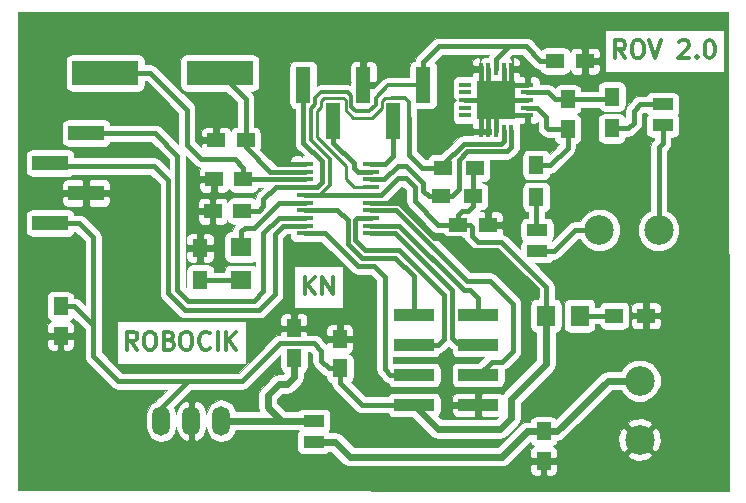
<source format=gbr>
G04 #@! TF.FileFunction,Copper,L1,Top,Signal*
%FSLAX46Y46*%
G04 Gerber Fmt 4.6, Leading zero omitted, Abs format (unit mm)*
G04 Created by KiCad (PCBNEW 4.0.4-stable) date 11/15/16 10:44:39*
%MOMM*%
%LPD*%
G01*
G04 APERTURE LIST*
%ADD10C,0.100000*%
%ADD11C,0.300000*%
%ADD12C,2.500000*%
%ADD13R,1.470660X0.419100*%
%ADD14R,1.250000X1.500000*%
%ADD15R,1.500000X1.250000*%
%ADD16R,1.597660X1.800860*%
%ADD17R,1.800860X1.597660*%
%ADD18R,1.778000X1.016000*%
%ADD19R,1.270000X3.050000*%
%ADD20R,3.450000X1.020000*%
%ADD21R,1.300000X1.500000*%
%ADD22R,1.500000X1.300000*%
%ADD23R,0.400000X1.000000*%
%ADD24R,1.000000X0.400000*%
%ADD25R,3.300000X3.300000*%
%ADD26O,1.501140X2.499360*%
%ADD27R,3.050000X1.270000*%
%ADD28R,5.600700X2.100580*%
%ADD29C,0.400000*%
%ADD30C,0.600000*%
%ADD31C,0.250000*%
%ADD32C,0.030000*%
G04 APERTURE END LIST*
D10*
D11*
X143441429Y-100898571D02*
X143441429Y-99398571D01*
X144298572Y-100898571D02*
X143655715Y-100041429D01*
X144298572Y-99398571D02*
X143441429Y-100255714D01*
X144941429Y-100898571D02*
X144941429Y-99398571D01*
X145798572Y-100898571D01*
X145798572Y-99398571D01*
X129275714Y-105568571D02*
X128775714Y-104854286D01*
X128418571Y-105568571D02*
X128418571Y-104068571D01*
X128989999Y-104068571D01*
X129132857Y-104140000D01*
X129204285Y-104211429D01*
X129275714Y-104354286D01*
X129275714Y-104568571D01*
X129204285Y-104711429D01*
X129132857Y-104782857D01*
X128989999Y-104854286D01*
X128418571Y-104854286D01*
X130204285Y-104068571D02*
X130489999Y-104068571D01*
X130632857Y-104140000D01*
X130775714Y-104282857D01*
X130847142Y-104568571D01*
X130847142Y-105068571D01*
X130775714Y-105354286D01*
X130632857Y-105497143D01*
X130489999Y-105568571D01*
X130204285Y-105568571D01*
X130061428Y-105497143D01*
X129918571Y-105354286D01*
X129847142Y-105068571D01*
X129847142Y-104568571D01*
X129918571Y-104282857D01*
X130061428Y-104140000D01*
X130204285Y-104068571D01*
X131990000Y-104782857D02*
X132204286Y-104854286D01*
X132275714Y-104925714D01*
X132347143Y-105068571D01*
X132347143Y-105282857D01*
X132275714Y-105425714D01*
X132204286Y-105497143D01*
X132061428Y-105568571D01*
X131490000Y-105568571D01*
X131490000Y-104068571D01*
X131990000Y-104068571D01*
X132132857Y-104140000D01*
X132204286Y-104211429D01*
X132275714Y-104354286D01*
X132275714Y-104497143D01*
X132204286Y-104640000D01*
X132132857Y-104711429D01*
X131990000Y-104782857D01*
X131490000Y-104782857D01*
X133275714Y-104068571D02*
X133561428Y-104068571D01*
X133704286Y-104140000D01*
X133847143Y-104282857D01*
X133918571Y-104568571D01*
X133918571Y-105068571D01*
X133847143Y-105354286D01*
X133704286Y-105497143D01*
X133561428Y-105568571D01*
X133275714Y-105568571D01*
X133132857Y-105497143D01*
X132990000Y-105354286D01*
X132918571Y-105068571D01*
X132918571Y-104568571D01*
X132990000Y-104282857D01*
X133132857Y-104140000D01*
X133275714Y-104068571D01*
X135418572Y-105425714D02*
X135347143Y-105497143D01*
X135132857Y-105568571D01*
X134990000Y-105568571D01*
X134775715Y-105497143D01*
X134632857Y-105354286D01*
X134561429Y-105211429D01*
X134490000Y-104925714D01*
X134490000Y-104711429D01*
X134561429Y-104425714D01*
X134632857Y-104282857D01*
X134775715Y-104140000D01*
X134990000Y-104068571D01*
X135132857Y-104068571D01*
X135347143Y-104140000D01*
X135418572Y-104211429D01*
X136061429Y-105568571D02*
X136061429Y-104068571D01*
X136775715Y-105568571D02*
X136775715Y-104068571D01*
X137632858Y-105568571D02*
X136990001Y-104711429D01*
X137632858Y-104068571D02*
X136775715Y-104925714D01*
X170578572Y-80878571D02*
X170078572Y-80164286D01*
X169721429Y-80878571D02*
X169721429Y-79378571D01*
X170292857Y-79378571D01*
X170435715Y-79450000D01*
X170507143Y-79521429D01*
X170578572Y-79664286D01*
X170578572Y-79878571D01*
X170507143Y-80021429D01*
X170435715Y-80092857D01*
X170292857Y-80164286D01*
X169721429Y-80164286D01*
X171507143Y-79378571D02*
X171792857Y-79378571D01*
X171935715Y-79450000D01*
X172078572Y-79592857D01*
X172150000Y-79878571D01*
X172150000Y-80378571D01*
X172078572Y-80664286D01*
X171935715Y-80807143D01*
X171792857Y-80878571D01*
X171507143Y-80878571D01*
X171364286Y-80807143D01*
X171221429Y-80664286D01*
X171150000Y-80378571D01*
X171150000Y-79878571D01*
X171221429Y-79592857D01*
X171364286Y-79450000D01*
X171507143Y-79378571D01*
X172578572Y-79378571D02*
X173078572Y-80878571D01*
X173578572Y-79378571D01*
X175150000Y-79521429D02*
X175221429Y-79450000D01*
X175364286Y-79378571D01*
X175721429Y-79378571D01*
X175864286Y-79450000D01*
X175935715Y-79521429D01*
X176007143Y-79664286D01*
X176007143Y-79807143D01*
X175935715Y-80021429D01*
X175078572Y-80878571D01*
X176007143Y-80878571D01*
X176650000Y-80735714D02*
X176721428Y-80807143D01*
X176650000Y-80878571D01*
X176578571Y-80807143D01*
X176650000Y-80735714D01*
X176650000Y-80878571D01*
X177650000Y-79378571D02*
X177792857Y-79378571D01*
X177935714Y-79450000D01*
X178007143Y-79521429D01*
X178078572Y-79664286D01*
X178150000Y-79950000D01*
X178150000Y-80307143D01*
X178078572Y-80592857D01*
X178007143Y-80735714D01*
X177935714Y-80807143D01*
X177792857Y-80878571D01*
X177650000Y-80878571D01*
X177507143Y-80807143D01*
X177435714Y-80735714D01*
X177364286Y-80592857D01*
X177292857Y-80307143D01*
X177292857Y-79950000D01*
X177364286Y-79664286D01*
X177435714Y-79521429D01*
X177507143Y-79450000D01*
X177650000Y-79378571D01*
D12*
X171800000Y-113200000D03*
X171800000Y-108200000D03*
D13*
X143450920Y-92474880D03*
X143450920Y-93125120D03*
X143450920Y-93775360D03*
X143450920Y-94425600D03*
X149044000Y-90534320D03*
X143450920Y-90524160D03*
X143450920Y-91174400D03*
X143450920Y-91824640D03*
X149049080Y-95075840D03*
X149049080Y-94425600D03*
X149049080Y-93775360D03*
X149049080Y-93125120D03*
X149049080Y-92474880D03*
X149049080Y-91824640D03*
X143450920Y-95075840D03*
X149044000Y-91174400D03*
X143450920Y-89873920D03*
X143450920Y-95726080D03*
X149049080Y-95726080D03*
X149049080Y-89873920D03*
D14*
X165700000Y-86900000D03*
X165700000Y-84400000D03*
D15*
X138150000Y-93850000D03*
X135650000Y-93850000D03*
X167150000Y-81150000D03*
X164650000Y-81150000D03*
X138450000Y-87850000D03*
X135950000Y-87850000D03*
X138250000Y-91150000D03*
X135750000Y-91150000D03*
D14*
X163670000Y-112490000D03*
X163670000Y-114990000D03*
X146420000Y-104670000D03*
X146420000Y-107170000D03*
D15*
X158950000Y-95000000D03*
X156450000Y-95000000D03*
D16*
X163880140Y-102700000D03*
X166719860Y-102700000D03*
D17*
X138050000Y-96880140D03*
X138050000Y-99719860D03*
D18*
X163100000Y-95461000D03*
X163100000Y-97239000D03*
X173750000Y-84811000D03*
X173750000Y-86589000D03*
X144200000Y-111611000D03*
X144200000Y-113389000D03*
D12*
X173400000Y-95450000D03*
X168400000Y-95450000D03*
D19*
X145860000Y-86225000D03*
X143320000Y-83175000D03*
X148400000Y-83175000D03*
X150940000Y-86225000D03*
X153480000Y-83175000D03*
D20*
X158135000Y-110260000D03*
X152685000Y-110260000D03*
X158135000Y-107720000D03*
X152685000Y-107720000D03*
X152685000Y-102640000D03*
X158135000Y-102640000D03*
X152685000Y-105180000D03*
X158135000Y-105180000D03*
D21*
X163050000Y-89950000D03*
X163050000Y-92650000D03*
X169450000Y-84150000D03*
X169450000Y-86850000D03*
D22*
X155000000Y-92600000D03*
X157700000Y-92600000D03*
X157850000Y-90200000D03*
X155150000Y-90200000D03*
X169650000Y-102700000D03*
X172350000Y-102700000D03*
D21*
X134600000Y-96950000D03*
X134600000Y-99650000D03*
D23*
X160950000Y-81800000D03*
X160300000Y-81800000D03*
X159650000Y-81800000D03*
X159000000Y-81800000D03*
X158350000Y-81800000D03*
D24*
X157000000Y-83150000D03*
X157000000Y-83800000D03*
X157000000Y-84450000D03*
X157000000Y-85100000D03*
X157000000Y-85750000D03*
D23*
X158350000Y-87100000D03*
X159000000Y-87100000D03*
X159650000Y-87100000D03*
X160300000Y-87100000D03*
X160950000Y-87100000D03*
D24*
X162300000Y-85750000D03*
X162300000Y-85100000D03*
X162300000Y-84450000D03*
X162300000Y-83800000D03*
X162300000Y-83150000D03*
D25*
X159650000Y-84450000D03*
D26*
X133850000Y-111600000D03*
X136390000Y-111600000D03*
X131310000Y-111600000D03*
D27*
X124935000Y-92330000D03*
X121885000Y-94870000D03*
X121885000Y-89790000D03*
X124935000Y-87250000D03*
D28*
X136248860Y-82150000D03*
X126551140Y-82150000D03*
D14*
X142530000Y-106290000D03*
X142530000Y-103790000D03*
X122770000Y-101900000D03*
X122770000Y-104400000D03*
D29*
X165700000Y-86900000D02*
X165700000Y-88500000D01*
X165700000Y-88500000D02*
X164250000Y-89950000D01*
X164250000Y-89950000D02*
X163050000Y-89950000D01*
X162300000Y-85100000D02*
X163150000Y-85100000D01*
X164050000Y-86900000D02*
X165700000Y-86900000D01*
X163900000Y-86750000D02*
X164050000Y-86900000D01*
X163900000Y-85850000D02*
X163900000Y-86300000D01*
X163900000Y-86300000D02*
X163900000Y-86750000D01*
X163150000Y-85100000D02*
X163900000Y-85850000D01*
X165700000Y-84400000D02*
X169200000Y-84400000D01*
X169200000Y-84400000D02*
X169450000Y-84150000D01*
X162300000Y-83800000D02*
X164000000Y-83800000D01*
X164600000Y-84400000D02*
X165700000Y-84400000D01*
X164000000Y-83800000D02*
X164600000Y-84400000D01*
X143450920Y-91824640D02*
X140975360Y-91824640D01*
X139550000Y-93850000D02*
X138150000Y-93850000D01*
X139950000Y-93450000D02*
X139550000Y-93850000D01*
X139950000Y-92850000D02*
X139950000Y-93450000D01*
X140975360Y-91824640D02*
X139950000Y-92850000D01*
X143450920Y-91824640D02*
X144475360Y-91824640D01*
X143320000Y-88070000D02*
X143320000Y-83175000D01*
X144900000Y-89650000D02*
X143320000Y-88070000D01*
X144900000Y-91400000D02*
X144900000Y-89650000D01*
X144475360Y-91824640D02*
X144900000Y-91400000D01*
X162125000Y-99525000D02*
X162150000Y-99525000D01*
X163100000Y-100475000D02*
X163100000Y-101025000D01*
X162150000Y-99525000D02*
X163100000Y-100475000D01*
X151450000Y-93125120D02*
X151450000Y-93150000D01*
X159750000Y-97150000D02*
X162125000Y-99525000D01*
X157625000Y-97150000D02*
X159750000Y-97150000D01*
X156600000Y-96125000D02*
X157625000Y-97150000D01*
X154425000Y-96125000D02*
X156600000Y-96125000D01*
X151450000Y-93150000D02*
X154425000Y-96125000D01*
X143450920Y-89873920D02*
X141223920Y-89873920D01*
X141223920Y-89873920D02*
X140650000Y-89300000D01*
X158350000Y-87100000D02*
X158350000Y-85750000D01*
X158350000Y-85750000D02*
X159650000Y-84450000D01*
X159000000Y-87100000D02*
X159000000Y-85100000D01*
X159000000Y-85100000D02*
X159650000Y-84450000D01*
X159650000Y-87100000D02*
X159650000Y-84450000D01*
X157000000Y-84450000D02*
X159650000Y-84450000D01*
X162300000Y-85750000D02*
X160950000Y-85750000D01*
X160950000Y-85750000D02*
X159650000Y-84450000D01*
X162300000Y-84450000D02*
X159650000Y-84450000D01*
X162300000Y-83150000D02*
X160950000Y-83150000D01*
X160950000Y-83150000D02*
X159650000Y-84450000D01*
X160950000Y-81800000D02*
X160950000Y-83150000D01*
X160950000Y-83150000D02*
X159650000Y-84450000D01*
X160300000Y-81800000D02*
X160300000Y-83800000D01*
X160300000Y-83800000D02*
X159650000Y-84450000D01*
X159000000Y-81800000D02*
X159000000Y-83800000D01*
X159000000Y-83800000D02*
X159650000Y-84450000D01*
X158350000Y-81800000D02*
X158350000Y-83150000D01*
X158350000Y-83150000D02*
X159650000Y-84450000D01*
X149049080Y-93125120D02*
X151450000Y-93125120D01*
X151450000Y-93125120D02*
X151474880Y-93125120D01*
X151474880Y-93125120D02*
X151600000Y-93000000D01*
X122770000Y-101900000D02*
X123900000Y-101900000D01*
X123900000Y-101900000D02*
X125530000Y-103530000D01*
X131310000Y-111600000D02*
X131310000Y-110480000D01*
X131310000Y-110480000D02*
X133550000Y-108240000D01*
X146420000Y-107170000D02*
X145460000Y-107170000D01*
X124320000Y-94870000D02*
X121885000Y-94870000D01*
X125530000Y-96080000D02*
X124320000Y-94870000D01*
X125530000Y-106110000D02*
X125530000Y-103530000D01*
X125530000Y-103530000D02*
X125530000Y-96080000D01*
X127660000Y-108240000D02*
X125530000Y-106110000D01*
X138160000Y-108240000D02*
X133550000Y-108240000D01*
X133550000Y-108240000D02*
X127660000Y-108240000D01*
X141360000Y-105040000D02*
X138160000Y-108240000D01*
X144190000Y-105040000D02*
X141360000Y-105040000D01*
X144820000Y-105670000D02*
X144190000Y-105040000D01*
X144820000Y-106530000D02*
X144820000Y-105670000D01*
X145460000Y-107170000D02*
X144820000Y-106530000D01*
D30*
X163880140Y-102700000D02*
X163880140Y-106779860D01*
X154715000Y-112290000D02*
X152685000Y-110260000D01*
X159980000Y-112290000D02*
X154715000Y-112290000D01*
X160910000Y-111360000D02*
X159980000Y-112290000D01*
X160910000Y-109750000D02*
X160910000Y-111360000D01*
X163880140Y-106779860D02*
X160910000Y-109750000D01*
D29*
X146420000Y-107170000D02*
X146420000Y-108400000D01*
X146420000Y-108400000D02*
X148280000Y-110260000D01*
X148280000Y-110260000D02*
X152685000Y-110260000D01*
X163880140Y-102700000D02*
X163880140Y-103569860D01*
X156450000Y-95000000D02*
X157400000Y-95000000D01*
X163880140Y-100280140D02*
X163880140Y-102700000D01*
X160100000Y-96500000D02*
X163880140Y-100280140D01*
X158100000Y-96500000D02*
X160100000Y-96500000D01*
X157600000Y-96000000D02*
X158100000Y-96500000D01*
X157600000Y-95200000D02*
X157600000Y-96000000D01*
X157400000Y-95000000D02*
X157600000Y-95200000D01*
X156450000Y-95000000D02*
X156450000Y-94150000D01*
X156450000Y-94150000D02*
X156750000Y-93850000D01*
X156750000Y-93850000D02*
X157300000Y-93850000D01*
X157300000Y-93850000D02*
X157700000Y-93450000D01*
X157700000Y-93450000D02*
X157700000Y-92600000D01*
X149049080Y-92474880D02*
X149925120Y-92474880D01*
X149925120Y-92474880D02*
X151350000Y-91050000D01*
X151350000Y-91050000D02*
X152000000Y-91050000D01*
X152000000Y-91050000D02*
X152750000Y-91800000D01*
X152750000Y-91800000D02*
X152750000Y-93000000D01*
X152750000Y-93000000D02*
X154750000Y-95000000D01*
X154750000Y-95000000D02*
X156450000Y-95000000D01*
D11*
X145300000Y-83800000D02*
X147100000Y-83800000D01*
X150525000Y-83175000D02*
X153480000Y-83175000D01*
X149450000Y-84250000D02*
X150525000Y-83175000D01*
X149450000Y-84850000D02*
X149450000Y-84250000D01*
X148900000Y-85400000D02*
X149450000Y-84850000D01*
X147750000Y-85400000D02*
X148900000Y-85400000D01*
X147400000Y-85050000D02*
X147750000Y-85400000D01*
X147400000Y-84100000D02*
X147400000Y-85050000D01*
X147100000Y-83800000D02*
X147400000Y-84100000D01*
D29*
X153205000Y-83450000D02*
X153480000Y-83175000D01*
X157700000Y-92600000D02*
X157700000Y-90350000D01*
X157700000Y-90350000D02*
X157850000Y-90200000D01*
X159650000Y-81800000D02*
X159650000Y-80950000D01*
X159650000Y-80950000D02*
X160700000Y-79900000D01*
X164650000Y-81150000D02*
X163400000Y-81150000D01*
X153480000Y-81220000D02*
X153480000Y-83175000D01*
X160700000Y-79900000D02*
X154800000Y-79900000D01*
X154800000Y-79900000D02*
X153480000Y-81220000D01*
X162150000Y-79900000D02*
X160700000Y-79900000D01*
X163400000Y-81150000D02*
X162150000Y-79900000D01*
D11*
X144725120Y-92474880D02*
X145550000Y-91650000D01*
X144350000Y-84800000D02*
X144350000Y-84300000D01*
X144850000Y-83800000D02*
X145300000Y-83800000D01*
X144350000Y-84300000D02*
X144850000Y-83800000D01*
X144700000Y-92474880D02*
X144725120Y-92474880D01*
X143950000Y-85200000D02*
X144350000Y-84800000D01*
X143950000Y-87800000D02*
X143950000Y-85200000D01*
X145550000Y-89400000D02*
X143950000Y-87800000D01*
X145550000Y-91650000D02*
X145550000Y-89400000D01*
D29*
X143450920Y-92474880D02*
X144700000Y-92474880D01*
X144700000Y-92474880D02*
X144900000Y-92474880D01*
X144900000Y-92474880D02*
X149049080Y-92474880D01*
X138450000Y-87850000D02*
X138450000Y-84351140D01*
X138450000Y-84351140D02*
X136248860Y-82150000D01*
X143450920Y-90524160D02*
X140524160Y-90524160D01*
X140524160Y-90524160D02*
X138450000Y-88450000D01*
X138450000Y-88450000D02*
X138450000Y-87850000D01*
X138250000Y-91150000D02*
X138250000Y-90200000D01*
X130350000Y-82150000D02*
X126551140Y-82150000D01*
X133450000Y-85250000D02*
X130350000Y-82150000D01*
X133450000Y-88250000D02*
X133450000Y-85250000D01*
X134650000Y-89450000D02*
X133450000Y-88250000D01*
X137500000Y-89450000D02*
X134650000Y-89450000D01*
X138250000Y-90200000D02*
X137500000Y-89450000D01*
X143450920Y-91174400D02*
X138274400Y-91174400D01*
X138274400Y-91174400D02*
X138200000Y-91100000D01*
X138274400Y-91174400D02*
X138250000Y-91150000D01*
D30*
X163670000Y-112490000D02*
X162300000Y-112490000D01*
X146049000Y-113389000D02*
X144200000Y-113389000D01*
X147300000Y-114640000D02*
X146049000Y-113389000D01*
X160150000Y-114640000D02*
X147300000Y-114640000D01*
X162300000Y-112490000D02*
X160150000Y-114640000D01*
X171800000Y-108200000D02*
X169080000Y-108200000D01*
X164790000Y-112490000D02*
X163670000Y-112490000D01*
X169080000Y-108200000D02*
X164790000Y-112490000D01*
X141700000Y-111600000D02*
X141470000Y-111600000D01*
X142530000Y-107900000D02*
X142530000Y-106290000D01*
X141950000Y-108480000D02*
X142530000Y-107900000D01*
X141290000Y-108480000D02*
X141950000Y-108480000D01*
X140310000Y-109460000D02*
X141290000Y-108480000D01*
X140310000Y-110440000D02*
X140310000Y-109460000D01*
X141470000Y-111600000D02*
X140310000Y-110440000D01*
X140050000Y-111600000D02*
X141700000Y-111600000D01*
X141700000Y-111600000D02*
X144189000Y-111600000D01*
X144189000Y-111600000D02*
X144200000Y-111611000D01*
X140050000Y-111600000D02*
X136390000Y-111600000D01*
D29*
X166719860Y-102700000D02*
X169650000Y-102700000D01*
X143450920Y-93125120D02*
X141274880Y-93125120D01*
X138050000Y-95550000D02*
X138050000Y-96880140D01*
X138350000Y-95250000D02*
X138050000Y-95550000D01*
X139150000Y-95250000D02*
X138350000Y-95250000D01*
X141274880Y-93125120D02*
X139150000Y-95250000D01*
X138050000Y-99719860D02*
X134669860Y-99719860D01*
X134669860Y-99719860D02*
X134600000Y-99650000D01*
X163050000Y-92650000D02*
X163050000Y-95411000D01*
X163050000Y-95411000D02*
X163100000Y-95461000D01*
X163100000Y-97239000D02*
X164511000Y-97239000D01*
X164511000Y-97239000D02*
X166300000Y-95450000D01*
X166300000Y-95450000D02*
X168400000Y-95450000D01*
X169450000Y-86850000D02*
X170850000Y-86850000D01*
X171839000Y-84811000D02*
X173750000Y-84811000D01*
X171300000Y-85350000D02*
X171839000Y-84811000D01*
X171300000Y-86400000D02*
X171300000Y-85350000D01*
X170850000Y-86850000D02*
X171300000Y-86400000D01*
X173750000Y-86589000D02*
X173750000Y-88100000D01*
X173400000Y-88450000D02*
X173400000Y-95450000D01*
X173750000Y-88100000D02*
X173400000Y-88450000D01*
X145860000Y-86225000D02*
X145860000Y-88060000D01*
X147934320Y-90534320D02*
X149044000Y-90534320D01*
X147600000Y-90200000D02*
X147934320Y-90534320D01*
X147600000Y-89800000D02*
X147600000Y-90200000D01*
X145860000Y-88060000D02*
X147600000Y-89800000D01*
X150940000Y-86225000D02*
X150940000Y-89160000D01*
X150226080Y-89873920D02*
X149049080Y-89873920D01*
X150940000Y-89160000D02*
X150226080Y-89873920D01*
X149049080Y-93775360D02*
X151165360Y-93775360D01*
X159265000Y-106590000D02*
X158135000Y-107720000D01*
X160140000Y-106590000D02*
X159265000Y-106590000D01*
X161050000Y-105680000D02*
X160140000Y-106590000D01*
X161050000Y-101710000D02*
X161050000Y-105680000D01*
X159110000Y-99770000D02*
X161050000Y-101710000D01*
X157160000Y-99770000D02*
X159110000Y-99770000D01*
X151165360Y-93775360D02*
X157160000Y-99770000D01*
X143450920Y-95726080D02*
X145146080Y-95726080D01*
X150680000Y-107720000D02*
X152685000Y-107720000D01*
X150210000Y-107250000D02*
X150680000Y-107720000D01*
X150210000Y-99390000D02*
X150210000Y-107250000D01*
X149350000Y-98530000D02*
X150210000Y-99390000D01*
X147950000Y-98530000D02*
X149350000Y-98530000D01*
X145146080Y-95726080D02*
X147950000Y-98530000D01*
X143450920Y-93775360D02*
X146205360Y-93775360D01*
X152685000Y-99375000D02*
X152685000Y-102640000D01*
X151120000Y-97810000D02*
X152685000Y-99375000D01*
X148280000Y-97810000D02*
X151120000Y-97810000D01*
X147070000Y-96600000D02*
X148280000Y-97810000D01*
X147070000Y-94640000D02*
X147070000Y-96600000D01*
X146205360Y-93775360D02*
X147070000Y-94640000D01*
X149049080Y-95075840D02*
X151455840Y-95075840D01*
X158135000Y-101245000D02*
X158135000Y-102640000D01*
X157420000Y-100530000D02*
X158135000Y-101245000D01*
X156910000Y-100530000D02*
X157420000Y-100530000D01*
X151455840Y-95075840D02*
X156910000Y-100530000D01*
X149049080Y-94425600D02*
X147864400Y-94425600D01*
X154740000Y-105180000D02*
X152685000Y-105180000D01*
X155210000Y-104710000D02*
X154740000Y-105180000D01*
X155210000Y-100920000D02*
X155210000Y-104710000D01*
X151410000Y-97120000D02*
X155210000Y-100920000D01*
X148520000Y-97120000D02*
X151410000Y-97120000D01*
X147690000Y-96290000D02*
X148520000Y-97120000D01*
X147690000Y-94600000D02*
X147690000Y-96290000D01*
X147864400Y-94425600D02*
X147690000Y-94600000D01*
X149049080Y-95726080D02*
X151106080Y-95726080D01*
X156350000Y-105030000D02*
X157985000Y-105030000D01*
X155930000Y-104610000D02*
X156350000Y-105030000D01*
X155930000Y-100550000D02*
X155930000Y-104610000D01*
X151106080Y-95726080D02*
X155930000Y-100550000D01*
X157985000Y-105030000D02*
X158135000Y-105180000D01*
X149044000Y-91174400D02*
X150125600Y-91174400D01*
X153950000Y-92600000D02*
X155000000Y-92600000D01*
X153500000Y-92150000D02*
X153950000Y-92600000D01*
X153500000Y-91500000D02*
X153500000Y-92150000D01*
X152000000Y-90000000D02*
X153500000Y-91500000D01*
X151300000Y-90000000D02*
X152000000Y-90000000D01*
X150125600Y-91174400D02*
X151300000Y-90000000D01*
X160950000Y-87100000D02*
X160950000Y-88400000D01*
X155900000Y-92600000D02*
X155000000Y-92600000D01*
X156500000Y-92000000D02*
X155900000Y-92600000D01*
X156500000Y-89500000D02*
X156500000Y-92000000D01*
X157200000Y-88800000D02*
X156500000Y-89500000D01*
X160550000Y-88800000D02*
X157200000Y-88800000D01*
X160950000Y-88400000D02*
X160550000Y-88800000D01*
D31*
X147600000Y-85950000D02*
X147550000Y-85950000D01*
X147624640Y-91824640D02*
X149049080Y-91824640D01*
X146950000Y-91150000D02*
X147624640Y-91824640D01*
X146950000Y-90050000D02*
X146950000Y-91150000D01*
X144500000Y-87600000D02*
X146950000Y-90050000D01*
X144500000Y-85350000D02*
X144500000Y-87600000D01*
X144850000Y-85000000D02*
X144500000Y-85350000D01*
X144850000Y-84525002D02*
X144850000Y-85000000D01*
X145075002Y-84300000D02*
X144850000Y-84525002D01*
X146724998Y-84300000D02*
X145075002Y-84300000D01*
X146900000Y-84475002D02*
X146724998Y-84300000D01*
X146900000Y-85300000D02*
X146900000Y-84475002D01*
X147550000Y-85950000D02*
X146900000Y-85300000D01*
X150800000Y-84300000D02*
X150200000Y-84300000D01*
X147600000Y-85950000D02*
X147950000Y-85950000D01*
X149100000Y-85950000D02*
X147600000Y-85950000D01*
X149950000Y-85100000D02*
X149100000Y-85950000D01*
X149950000Y-84550000D02*
X149950000Y-85100000D01*
X150200000Y-84300000D02*
X149950000Y-84550000D01*
D29*
X155150000Y-90200000D02*
X153350000Y-90200000D01*
X152250000Y-89100000D02*
X152250000Y-87500000D01*
X153350000Y-90200000D02*
X152250000Y-89100000D01*
X160300000Y-87100000D02*
X160300000Y-87950000D01*
X156900000Y-88150000D02*
X155150000Y-89900000D01*
X160100000Y-88150000D02*
X156900000Y-88150000D01*
X160300000Y-87950000D02*
X160100000Y-88150000D01*
X155150000Y-89900000D02*
X155150000Y-90200000D01*
X155150000Y-89900000D02*
X155150000Y-90200000D01*
X152250000Y-85950000D02*
X152250000Y-87500000D01*
D11*
X150800000Y-84300000D02*
X151950000Y-84300000D01*
X152250000Y-84600000D02*
X152250000Y-85950000D01*
X151950000Y-84300000D02*
X152250000Y-84600000D01*
D31*
X150800000Y-84300000D02*
X150900000Y-84300000D01*
D29*
X132650000Y-92900000D02*
X132650000Y-89150000D01*
X130750000Y-87250000D02*
X124935000Y-87250000D01*
X132650000Y-89150000D02*
X130750000Y-87250000D01*
X143450920Y-94425600D02*
X141224400Y-94425600D01*
X141224400Y-94425600D02*
X139950000Y-95700000D01*
X139950000Y-95700000D02*
X139950000Y-100650000D01*
X139950000Y-100650000D02*
X139150000Y-101450000D01*
X139150000Y-101450000D02*
X133600000Y-101450000D01*
X133600000Y-101450000D02*
X132650000Y-100500000D01*
X132650000Y-100500000D02*
X132650000Y-92900000D01*
X122125000Y-90030000D02*
X124675000Y-90030000D01*
X141624160Y-95075840D02*
X140900000Y-95800000D01*
X140900000Y-95800000D02*
X140900000Y-100900000D01*
X140900000Y-100900000D02*
X139600000Y-102200000D01*
X139600000Y-102200000D02*
X133350000Y-102200000D01*
X133350000Y-102200000D02*
X131900000Y-100750000D01*
X131900000Y-100750000D02*
X131900000Y-91250000D01*
X131900000Y-91250000D02*
X130680000Y-90030000D01*
X130680000Y-90030000D02*
X124675000Y-90030000D01*
X141624160Y-95075840D02*
X143450920Y-95075840D01*
X122125000Y-90030000D02*
X121885000Y-89790000D01*
D32*
G36*
X179334981Y-117534988D02*
X119165000Y-117485012D01*
X119165000Y-104769750D01*
X121622000Y-104769750D01*
X121622000Y-105254031D01*
X121701622Y-105446256D01*
X121848744Y-105593378D01*
X122040969Y-105673000D01*
X122400250Y-105673000D01*
X122531000Y-105542250D01*
X122531000Y-104639000D01*
X123009000Y-104639000D01*
X123009000Y-105542250D01*
X123139750Y-105673000D01*
X123499031Y-105673000D01*
X123691256Y-105593378D01*
X123838378Y-105446256D01*
X123918000Y-105254031D01*
X123918000Y-104769750D01*
X123787250Y-104639000D01*
X123009000Y-104639000D01*
X122531000Y-104639000D01*
X121752750Y-104639000D01*
X121622000Y-104769750D01*
X119165000Y-104769750D01*
X119165000Y-92699750D01*
X122887000Y-92699750D01*
X122887000Y-93069031D01*
X122966622Y-93261256D01*
X123113744Y-93408378D01*
X123305969Y-93488000D01*
X124565250Y-93488000D01*
X124696000Y-93357250D01*
X124696000Y-92569000D01*
X125174000Y-92569000D01*
X125174000Y-93357250D01*
X125304750Y-93488000D01*
X126564031Y-93488000D01*
X126756256Y-93408378D01*
X126903378Y-93261256D01*
X126983000Y-93069031D01*
X126983000Y-92699750D01*
X126852250Y-92569000D01*
X125174000Y-92569000D01*
X124696000Y-92569000D01*
X123017750Y-92569000D01*
X122887000Y-92699750D01*
X119165000Y-92699750D01*
X119165000Y-91590969D01*
X122887000Y-91590969D01*
X122887000Y-91960250D01*
X123017750Y-92091000D01*
X124696000Y-92091000D01*
X124696000Y-91302750D01*
X125174000Y-91302750D01*
X125174000Y-92091000D01*
X126852250Y-92091000D01*
X126983000Y-91960250D01*
X126983000Y-91590969D01*
X126903378Y-91398744D01*
X126756256Y-91251622D01*
X126564031Y-91172000D01*
X125304750Y-91172000D01*
X125174000Y-91302750D01*
X124696000Y-91302750D01*
X124565250Y-91172000D01*
X123305969Y-91172000D01*
X123113744Y-91251622D01*
X122966622Y-91398744D01*
X122887000Y-91590969D01*
X119165000Y-91590969D01*
X119165000Y-89155000D01*
X119826754Y-89155000D01*
X119826754Y-90425000D01*
X119863222Y-90618812D01*
X119977765Y-90796817D01*
X120152537Y-90916234D01*
X120360000Y-90958246D01*
X123410000Y-90958246D01*
X123603812Y-90921778D01*
X123781817Y-90807235D01*
X123818874Y-90753000D01*
X130380524Y-90753000D01*
X131177000Y-91549477D01*
X131177000Y-100750000D01*
X131232035Y-101026680D01*
X131388762Y-101261238D01*
X132838762Y-102711238D01*
X133073320Y-102867965D01*
X133350000Y-102923000D01*
X139600000Y-102923000D01*
X139876680Y-102867965D01*
X140111238Y-102711238D01*
X141411238Y-101411238D01*
X141567965Y-101176680D01*
X141623000Y-100900000D01*
X141623000Y-98497000D01*
X142561286Y-98497000D01*
X142561286Y-102093000D01*
X146678715Y-102093000D01*
X146678715Y-98497000D01*
X142561286Y-98497000D01*
X141623000Y-98497000D01*
X141623000Y-96099476D01*
X141923636Y-95798840D01*
X142182344Y-95798840D01*
X142182344Y-95935630D01*
X142218812Y-96129442D01*
X142333355Y-96307447D01*
X142508127Y-96426864D01*
X142715590Y-96468876D01*
X144186250Y-96468876D01*
X144291457Y-96449080D01*
X144846604Y-96449080D01*
X147438762Y-99041238D01*
X147673320Y-99197965D01*
X147950000Y-99253000D01*
X149050524Y-99253000D01*
X149487000Y-99689476D01*
X149487000Y-107250000D01*
X149542035Y-107526680D01*
X149698762Y-107761238D01*
X150168762Y-108231238D01*
X150403319Y-108387965D01*
X150449223Y-108397096D01*
X150458544Y-108398950D01*
X150463222Y-108423812D01*
X150577765Y-108601817D01*
X150752537Y-108721234D01*
X150960000Y-108763246D01*
X154410000Y-108763246D01*
X154603812Y-108726778D01*
X154781817Y-108612235D01*
X154901234Y-108437463D01*
X154943246Y-108230000D01*
X154943246Y-107210000D01*
X154906778Y-107016188D01*
X154792235Y-106838183D01*
X154617463Y-106718766D01*
X154410000Y-106676754D01*
X150960000Y-106676754D01*
X150933000Y-106681834D01*
X150933000Y-106217778D01*
X150960000Y-106223246D01*
X154410000Y-106223246D01*
X154603812Y-106186778D01*
X154781817Y-106072235D01*
X154901234Y-105897463D01*
X154906833Y-105869815D01*
X155016680Y-105847965D01*
X155251238Y-105691238D01*
X155620000Y-105322476D01*
X155838762Y-105541238D01*
X155876754Y-105566624D01*
X155876754Y-105690000D01*
X155913222Y-105883812D01*
X156027765Y-106061817D01*
X156202537Y-106181234D01*
X156410000Y-106223246D01*
X158609278Y-106223246D01*
X158155770Y-106676754D01*
X156410000Y-106676754D01*
X156216188Y-106713222D01*
X156038183Y-106827765D01*
X155918766Y-107002537D01*
X155876754Y-107210000D01*
X155876754Y-108230000D01*
X155913222Y-108423812D01*
X156027765Y-108601817D01*
X156202537Y-108721234D01*
X156410000Y-108763246D01*
X159860000Y-108763246D01*
X160053812Y-108726778D01*
X160231817Y-108612235D01*
X160351234Y-108437463D01*
X160393246Y-108230000D01*
X160393246Y-107262626D01*
X160416680Y-107257965D01*
X160651238Y-107101238D01*
X161561238Y-106191238D01*
X161717965Y-105956681D01*
X161736791Y-105862035D01*
X161773000Y-105680000D01*
X161773000Y-101710000D01*
X161717965Y-101433320D01*
X161561238Y-101198762D01*
X159621238Y-99258762D01*
X159386680Y-99102035D01*
X159110000Y-99047000D01*
X157459476Y-99047000D01*
X151676598Y-93264122D01*
X151442040Y-93107395D01*
X151165360Y-93052360D01*
X150337220Y-93052360D01*
X150436358Y-92986118D01*
X151649476Y-91773000D01*
X151700524Y-91773000D01*
X152027000Y-92099476D01*
X152027000Y-93000000D01*
X152082035Y-93276680D01*
X152238762Y-93511238D01*
X154238762Y-95511238D01*
X154473320Y-95667965D01*
X154750000Y-95723000D01*
X155185194Y-95723000D01*
X155203222Y-95818812D01*
X155317765Y-95996817D01*
X155492537Y-96116234D01*
X155700000Y-96158246D01*
X156908477Y-96158246D01*
X156932035Y-96276680D01*
X157088762Y-96511238D01*
X157588762Y-97011238D01*
X157823320Y-97167965D01*
X158100000Y-97223000D01*
X159800524Y-97223000D01*
X163157140Y-100579616D01*
X163157140Y-101266324D01*
X163081310Y-101266324D01*
X162887498Y-101302792D01*
X162709493Y-101417335D01*
X162590076Y-101592107D01*
X162548064Y-101799570D01*
X162548064Y-103600430D01*
X162584532Y-103794242D01*
X162699075Y-103972247D01*
X162873847Y-104091664D01*
X163057140Y-104128781D01*
X163057140Y-106438962D01*
X160328051Y-109168051D01*
X160203736Y-109354102D01*
X160156256Y-109306622D01*
X159964031Y-109227000D01*
X158504750Y-109227000D01*
X158374000Y-109357750D01*
X158374000Y-110021000D01*
X158394000Y-110021000D01*
X158394000Y-110499000D01*
X158374000Y-110499000D01*
X158374000Y-111162250D01*
X158504750Y-111293000D01*
X159813102Y-111293000D01*
X159639102Y-111467000D01*
X155055898Y-111467000D01*
X154757062Y-111168164D01*
X154781817Y-111152235D01*
X154901234Y-110977463D01*
X154943246Y-110770000D01*
X154943246Y-110629750D01*
X155887000Y-110629750D01*
X155887000Y-110874031D01*
X155966622Y-111066256D01*
X156113744Y-111213378D01*
X156305969Y-111293000D01*
X157765250Y-111293000D01*
X157896000Y-111162250D01*
X157896000Y-110499000D01*
X156017750Y-110499000D01*
X155887000Y-110629750D01*
X154943246Y-110629750D01*
X154943246Y-109750000D01*
X154923672Y-109645969D01*
X155887000Y-109645969D01*
X155887000Y-109890250D01*
X156017750Y-110021000D01*
X157896000Y-110021000D01*
X157896000Y-109357750D01*
X157765250Y-109227000D01*
X156305969Y-109227000D01*
X156113744Y-109306622D01*
X155966622Y-109453744D01*
X155887000Y-109645969D01*
X154923672Y-109645969D01*
X154906778Y-109556188D01*
X154792235Y-109378183D01*
X154617463Y-109258766D01*
X154410000Y-109216754D01*
X150960000Y-109216754D01*
X150766188Y-109253222D01*
X150588183Y-109367765D01*
X150472549Y-109537000D01*
X148579476Y-109537000D01*
X147372943Y-108330467D01*
X147416817Y-108302235D01*
X147536234Y-108127463D01*
X147578246Y-107920000D01*
X147578246Y-106420000D01*
X147541778Y-106226188D01*
X147427235Y-106048183D01*
X147252463Y-105928766D01*
X147206074Y-105919372D01*
X147341256Y-105863378D01*
X147488378Y-105716256D01*
X147568000Y-105524031D01*
X147568000Y-105039750D01*
X147437250Y-104909000D01*
X146659000Y-104909000D01*
X146659000Y-104929000D01*
X146181000Y-104929000D01*
X146181000Y-104909000D01*
X145402750Y-104909000D01*
X145272000Y-105039750D01*
X145272000Y-105099523D01*
X144701238Y-104528762D01*
X144466680Y-104372035D01*
X144190000Y-104317000D01*
X143678000Y-104317000D01*
X143678000Y-104159750D01*
X143547250Y-104029000D01*
X142769000Y-104029000D01*
X142769000Y-104049000D01*
X142291000Y-104049000D01*
X142291000Y-104029000D01*
X141512750Y-104029000D01*
X141382000Y-104159750D01*
X141382000Y-104317000D01*
X141360000Y-104317000D01*
X141129223Y-104362904D01*
X141083319Y-104372035D01*
X140848762Y-104528762D01*
X137860524Y-107517000D01*
X127959476Y-107517000D01*
X126253000Y-105810524D01*
X126253000Y-103167000D01*
X127538428Y-103167000D01*
X127538428Y-106763000D01*
X138441572Y-106763000D01*
X138441572Y-103815969D01*
X145272000Y-103815969D01*
X145272000Y-104300250D01*
X145402750Y-104431000D01*
X146181000Y-104431000D01*
X146181000Y-103527750D01*
X146659000Y-103527750D01*
X146659000Y-104431000D01*
X147437250Y-104431000D01*
X147568000Y-104300250D01*
X147568000Y-103815969D01*
X147488378Y-103623744D01*
X147341256Y-103476622D01*
X147149031Y-103397000D01*
X146789750Y-103397000D01*
X146659000Y-103527750D01*
X146181000Y-103527750D01*
X146050250Y-103397000D01*
X145690969Y-103397000D01*
X145498744Y-103476622D01*
X145351622Y-103623744D01*
X145272000Y-103815969D01*
X138441572Y-103815969D01*
X138441572Y-103167000D01*
X127538428Y-103167000D01*
X126253000Y-103167000D01*
X126253000Y-102935969D01*
X141382000Y-102935969D01*
X141382000Y-103420250D01*
X141512750Y-103551000D01*
X142291000Y-103551000D01*
X142291000Y-102647750D01*
X142769000Y-102647750D01*
X142769000Y-103551000D01*
X143547250Y-103551000D01*
X143678000Y-103420250D01*
X143678000Y-102935969D01*
X143598378Y-102743744D01*
X143451256Y-102596622D01*
X143259031Y-102517000D01*
X142899750Y-102517000D01*
X142769000Y-102647750D01*
X142291000Y-102647750D01*
X142160250Y-102517000D01*
X141800969Y-102517000D01*
X141608744Y-102596622D01*
X141461622Y-102743744D01*
X141382000Y-102935969D01*
X126253000Y-102935969D01*
X126253000Y-96080000D01*
X126197965Y-95803320D01*
X126197965Y-95803319D01*
X126041238Y-95568762D01*
X124831238Y-94358762D01*
X124596680Y-94202035D01*
X124320000Y-94147000D01*
X123926688Y-94147000D01*
X123906778Y-94041188D01*
X123792235Y-93863183D01*
X123617463Y-93743766D01*
X123410000Y-93701754D01*
X120360000Y-93701754D01*
X120166188Y-93738222D01*
X119988183Y-93852765D01*
X119868766Y-94027537D01*
X119826754Y-94235000D01*
X119826754Y-95505000D01*
X119863222Y-95698812D01*
X119977765Y-95876817D01*
X120152537Y-95996234D01*
X120360000Y-96038246D01*
X123410000Y-96038246D01*
X123603812Y-96001778D01*
X123781817Y-95887235D01*
X123901234Y-95712463D01*
X123925426Y-95593000D01*
X124020524Y-95593000D01*
X124807000Y-96379476D01*
X124807000Y-101784524D01*
X124411238Y-101388762D01*
X124176680Y-101232035D01*
X123928246Y-101182618D01*
X123928246Y-101150000D01*
X123891778Y-100956188D01*
X123777235Y-100778183D01*
X123602463Y-100658766D01*
X123395000Y-100616754D01*
X122145000Y-100616754D01*
X121951188Y-100653222D01*
X121773183Y-100767765D01*
X121653766Y-100942537D01*
X121611754Y-101150000D01*
X121611754Y-102650000D01*
X121648222Y-102843812D01*
X121762765Y-103021817D01*
X121937537Y-103141234D01*
X121983926Y-103150628D01*
X121848744Y-103206622D01*
X121701622Y-103353744D01*
X121622000Y-103545969D01*
X121622000Y-104030250D01*
X121752750Y-104161000D01*
X122531000Y-104161000D01*
X122531000Y-104141000D01*
X123009000Y-104141000D01*
X123009000Y-104161000D01*
X123787250Y-104161000D01*
X123918000Y-104030250D01*
X123918000Y-103545969D01*
X123838378Y-103353744D01*
X123691256Y-103206622D01*
X123559909Y-103152216D01*
X123588812Y-103146778D01*
X123766817Y-103032235D01*
X123865432Y-102887908D01*
X124807000Y-103829476D01*
X124807000Y-106110000D01*
X124862035Y-106386680D01*
X125018762Y-106621238D01*
X127148762Y-108751238D01*
X127383320Y-108907965D01*
X127660000Y-108963000D01*
X131804524Y-108963000D01*
X130891735Y-109875789D01*
X130822626Y-109889536D01*
X130409450Y-110165611D01*
X130133375Y-110578787D01*
X130036430Y-111066161D01*
X130036430Y-112133839D01*
X130133375Y-112621213D01*
X130409450Y-113034389D01*
X130822626Y-113310464D01*
X131310000Y-113407409D01*
X131797374Y-113310464D01*
X132210550Y-113034389D01*
X132486625Y-112621213D01*
X132576430Y-112169734D01*
X132576430Y-112338110D01*
X132764836Y-112807291D01*
X133118448Y-113168658D01*
X133418252Y-113297264D01*
X133611000Y-113216659D01*
X133611000Y-111839000D01*
X133591000Y-111839000D01*
X133591000Y-111361000D01*
X133611000Y-111361000D01*
X133611000Y-109983341D01*
X133418252Y-109902736D01*
X133118448Y-110031342D01*
X132764836Y-110392709D01*
X132576430Y-110861890D01*
X132576430Y-111030266D01*
X132486625Y-110578787D01*
X132385313Y-110427163D01*
X133849476Y-108963000D01*
X138160000Y-108963000D01*
X138436680Y-108907965D01*
X138671238Y-108751238D01*
X141371754Y-106050722D01*
X141371754Y-107040000D01*
X141408222Y-107233812D01*
X141522765Y-107411817D01*
X141697537Y-107531234D01*
X141707000Y-107533150D01*
X141707000Y-107559102D01*
X141609102Y-107657000D01*
X141290000Y-107657000D01*
X140975052Y-107719647D01*
X140956512Y-107732035D01*
X140708051Y-107898051D01*
X139728051Y-108878051D01*
X139549647Y-109145051D01*
X139530690Y-109240353D01*
X139487000Y-109460000D01*
X139487000Y-110440000D01*
X139549647Y-110754949D01*
X139564381Y-110777000D01*
X137606052Y-110777000D01*
X137566625Y-110578787D01*
X137290550Y-110165611D01*
X136877374Y-109889536D01*
X136390000Y-109792591D01*
X135902626Y-109889536D01*
X135489450Y-110165611D01*
X135213375Y-110578787D01*
X135123570Y-111030266D01*
X135123570Y-110861890D01*
X134935164Y-110392709D01*
X134581552Y-110031342D01*
X134281748Y-109902736D01*
X134089000Y-109983341D01*
X134089000Y-111361000D01*
X134109000Y-111361000D01*
X134109000Y-111839000D01*
X134089000Y-111839000D01*
X134089000Y-113216659D01*
X134281748Y-113297264D01*
X134581552Y-113168658D01*
X134935164Y-112807291D01*
X135123570Y-112338110D01*
X135123570Y-112169734D01*
X135213375Y-112621213D01*
X135489450Y-113034389D01*
X135902626Y-113310464D01*
X136390000Y-113407409D01*
X136877374Y-113310464D01*
X137290550Y-113034389D01*
X137566625Y-112621213D01*
X137606052Y-112423000D01*
X142885126Y-112423000D01*
X142928765Y-112490817D01*
X142939808Y-112498363D01*
X142939183Y-112498765D01*
X142819766Y-112673537D01*
X142777754Y-112881000D01*
X142777754Y-113897000D01*
X142814222Y-114090812D01*
X142928765Y-114268817D01*
X143103537Y-114388234D01*
X143311000Y-114430246D01*
X145089000Y-114430246D01*
X145282812Y-114393778D01*
X145460817Y-114279235D01*
X145506757Y-114212000D01*
X145708102Y-114212000D01*
X146718051Y-115221949D01*
X146985051Y-115400353D01*
X147300000Y-115463000D01*
X160150000Y-115463000D01*
X160464949Y-115400353D01*
X160525715Y-115359750D01*
X162522000Y-115359750D01*
X162522000Y-115844031D01*
X162601622Y-116036256D01*
X162748744Y-116183378D01*
X162940969Y-116263000D01*
X163300250Y-116263000D01*
X163431000Y-116132250D01*
X163431000Y-115229000D01*
X163909000Y-115229000D01*
X163909000Y-116132250D01*
X164039750Y-116263000D01*
X164399031Y-116263000D01*
X164591256Y-116183378D01*
X164738378Y-116036256D01*
X164818000Y-115844031D01*
X164818000Y-115359750D01*
X164687250Y-115229000D01*
X163909000Y-115229000D01*
X163431000Y-115229000D01*
X162652750Y-115229000D01*
X162522000Y-115359750D01*
X160525715Y-115359750D01*
X160731949Y-115221949D01*
X162543766Y-113410132D01*
X162548222Y-113433812D01*
X162662765Y-113611817D01*
X162837537Y-113731234D01*
X162883926Y-113740628D01*
X162748744Y-113796622D01*
X162601622Y-113943744D01*
X162522000Y-114135969D01*
X162522000Y-114620250D01*
X162652750Y-114751000D01*
X163431000Y-114751000D01*
X163431000Y-114731000D01*
X163909000Y-114731000D01*
X163909000Y-114751000D01*
X164687250Y-114751000D01*
X164818000Y-114620250D01*
X164818000Y-114542702D01*
X170795295Y-114542702D01*
X170940123Y-114790130D01*
X171614093Y-114998150D01*
X172316366Y-114932417D01*
X172659877Y-114790130D01*
X172804705Y-114542702D01*
X171800000Y-113537997D01*
X170795295Y-114542702D01*
X164818000Y-114542702D01*
X164818000Y-114135969D01*
X164738378Y-113943744D01*
X164591256Y-113796622D01*
X164459909Y-113742216D01*
X164488812Y-113736778D01*
X164666817Y-113622235D01*
X164786234Y-113447463D01*
X164814448Y-113308137D01*
X165104949Y-113250353D01*
X165371949Y-113071949D01*
X165429805Y-113014093D01*
X170001850Y-113014093D01*
X170067583Y-113716366D01*
X170209870Y-114059877D01*
X170457298Y-114204705D01*
X171462003Y-113200000D01*
X172137997Y-113200000D01*
X173142702Y-114204705D01*
X173390130Y-114059877D01*
X173598150Y-113385907D01*
X173532417Y-112683634D01*
X173390130Y-112340123D01*
X173142702Y-112195295D01*
X172137997Y-113200000D01*
X171462003Y-113200000D01*
X170457298Y-112195295D01*
X170209870Y-112340123D01*
X170001850Y-113014093D01*
X165429805Y-113014093D01*
X166586600Y-111857298D01*
X170795295Y-111857298D01*
X171800000Y-112862003D01*
X172804705Y-111857298D01*
X172659877Y-111609870D01*
X171985907Y-111401850D01*
X171283634Y-111467583D01*
X170940123Y-111609870D01*
X170795295Y-111857298D01*
X166586600Y-111857298D01*
X169420898Y-109023000D01*
X170221668Y-109023000D01*
X170296047Y-109203012D01*
X170794365Y-109702200D01*
X171445781Y-109972691D01*
X172151124Y-109973307D01*
X172803012Y-109703953D01*
X173302200Y-109205635D01*
X173572691Y-108554219D01*
X173573307Y-107848876D01*
X173303953Y-107196988D01*
X172805635Y-106697800D01*
X172154219Y-106427309D01*
X171448876Y-106426693D01*
X170796988Y-106696047D01*
X170297800Y-107194365D01*
X170221963Y-107377000D01*
X169080000Y-107377000D01*
X168765052Y-107439647D01*
X168634798Y-107526680D01*
X168498051Y-107618051D01*
X164704910Y-111411192D01*
X164677235Y-111368183D01*
X164502463Y-111248766D01*
X164295000Y-111206754D01*
X163045000Y-111206754D01*
X162851188Y-111243222D01*
X162673183Y-111357765D01*
X162553766Y-111532537D01*
X162526537Y-111667000D01*
X162300000Y-111667000D01*
X161985051Y-111729647D01*
X161718051Y-111908051D01*
X159809102Y-113817000D01*
X147640898Y-113817000D01*
X146630949Y-112807051D01*
X146363949Y-112628647D01*
X146049000Y-112566000D01*
X145507796Y-112566000D01*
X145471235Y-112509183D01*
X145460192Y-112501637D01*
X145460817Y-112501235D01*
X145580234Y-112326463D01*
X145622246Y-112119000D01*
X145622246Y-111103000D01*
X145585778Y-110909188D01*
X145471235Y-110731183D01*
X145296463Y-110611766D01*
X145089000Y-110569754D01*
X143311000Y-110569754D01*
X143117188Y-110606222D01*
X142939183Y-110720765D01*
X142900759Y-110777000D01*
X141810898Y-110777000D01*
X141133000Y-110099102D01*
X141133000Y-109800898D01*
X141630898Y-109303000D01*
X141950000Y-109303000D01*
X142264949Y-109240353D01*
X142531949Y-109061949D01*
X143111949Y-108481949D01*
X143290353Y-108214949D01*
X143353000Y-107900000D01*
X143353000Y-107534083D01*
X143526817Y-107422235D01*
X143646234Y-107247463D01*
X143688246Y-107040000D01*
X143688246Y-105763000D01*
X143890524Y-105763000D01*
X144097000Y-105969477D01*
X144097000Y-106530000D01*
X144152035Y-106806680D01*
X144308762Y-107041238D01*
X144948762Y-107681238D01*
X145183320Y-107837965D01*
X145261754Y-107853566D01*
X145261754Y-107920000D01*
X145298222Y-108113812D01*
X145412765Y-108291817D01*
X145587537Y-108411234D01*
X145703923Y-108434803D01*
X145752035Y-108676680D01*
X145908762Y-108911238D01*
X147768762Y-110771238D01*
X148003320Y-110927965D01*
X148280000Y-110983000D01*
X150475569Y-110983000D01*
X150577765Y-111141817D01*
X150752537Y-111261234D01*
X150960000Y-111303246D01*
X152564348Y-111303246D01*
X154133051Y-112871949D01*
X154400051Y-113050353D01*
X154715000Y-113113000D01*
X159980000Y-113113000D01*
X160294949Y-113050353D01*
X160561949Y-112871949D01*
X161491949Y-111941949D01*
X161670353Y-111674949D01*
X161733000Y-111360000D01*
X161733000Y-110090898D01*
X164462089Y-107361809D01*
X164563524Y-107210000D01*
X164640493Y-107094808D01*
X164703140Y-106779860D01*
X164703140Y-104129128D01*
X164872782Y-104097208D01*
X165050787Y-103982665D01*
X165170204Y-103807893D01*
X165212216Y-103600430D01*
X165212216Y-101799570D01*
X165387784Y-101799570D01*
X165387784Y-103600430D01*
X165424252Y-103794242D01*
X165538795Y-103972247D01*
X165713567Y-104091664D01*
X165921030Y-104133676D01*
X167518690Y-104133676D01*
X167712502Y-104097208D01*
X167890507Y-103982665D01*
X168009924Y-103807893D01*
X168051936Y-103600430D01*
X168051936Y-103423000D01*
X168380490Y-103423000D01*
X168403222Y-103543812D01*
X168517765Y-103721817D01*
X168692537Y-103841234D01*
X168900000Y-103883246D01*
X170400000Y-103883246D01*
X170593812Y-103846778D01*
X170771817Y-103732235D01*
X170891234Y-103557463D01*
X170933246Y-103350000D01*
X170933246Y-103069750D01*
X171077000Y-103069750D01*
X171077000Y-103454031D01*
X171156622Y-103646256D01*
X171303744Y-103793378D01*
X171495969Y-103873000D01*
X171980250Y-103873000D01*
X172111000Y-103742250D01*
X172111000Y-102939000D01*
X172589000Y-102939000D01*
X172589000Y-103742250D01*
X172719750Y-103873000D01*
X173204031Y-103873000D01*
X173396256Y-103793378D01*
X173543378Y-103646256D01*
X173623000Y-103454031D01*
X173623000Y-103069750D01*
X173492250Y-102939000D01*
X172589000Y-102939000D01*
X172111000Y-102939000D01*
X171207750Y-102939000D01*
X171077000Y-103069750D01*
X170933246Y-103069750D01*
X170933246Y-102050000D01*
X170913672Y-101945969D01*
X171077000Y-101945969D01*
X171077000Y-102330250D01*
X171207750Y-102461000D01*
X172111000Y-102461000D01*
X172111000Y-101657750D01*
X172589000Y-101657750D01*
X172589000Y-102461000D01*
X173492250Y-102461000D01*
X173623000Y-102330250D01*
X173623000Y-101945969D01*
X173543378Y-101753744D01*
X173396256Y-101606622D01*
X173204031Y-101527000D01*
X172719750Y-101527000D01*
X172589000Y-101657750D01*
X172111000Y-101657750D01*
X171980250Y-101527000D01*
X171495969Y-101527000D01*
X171303744Y-101606622D01*
X171156622Y-101753744D01*
X171077000Y-101945969D01*
X170913672Y-101945969D01*
X170896778Y-101856188D01*
X170782235Y-101678183D01*
X170607463Y-101558766D01*
X170400000Y-101516754D01*
X168900000Y-101516754D01*
X168706188Y-101553222D01*
X168528183Y-101667765D01*
X168408766Y-101842537D01*
X168381537Y-101977000D01*
X168051936Y-101977000D01*
X168051936Y-101799570D01*
X168015468Y-101605758D01*
X167900925Y-101427753D01*
X167726153Y-101308336D01*
X167518690Y-101266324D01*
X165921030Y-101266324D01*
X165727218Y-101302792D01*
X165549213Y-101417335D01*
X165429796Y-101592107D01*
X165387784Y-101799570D01*
X165212216Y-101799570D01*
X165175748Y-101605758D01*
X165061205Y-101427753D01*
X164886433Y-101308336D01*
X164678970Y-101266324D01*
X164603140Y-101266324D01*
X164603140Y-100280140D01*
X164548105Y-100003460D01*
X164391378Y-99768902D01*
X162902722Y-98280246D01*
X163989000Y-98280246D01*
X164182812Y-98243778D01*
X164360817Y-98129235D01*
X164475084Y-97962000D01*
X164511000Y-97962000D01*
X164787680Y-97906965D01*
X165022238Y-97750238D01*
X166599476Y-96173000D01*
X166780349Y-96173000D01*
X166896047Y-96453012D01*
X167394365Y-96952200D01*
X168045781Y-97222691D01*
X168751124Y-97223307D01*
X169403012Y-96953953D01*
X169902200Y-96455635D01*
X170172691Y-95804219D01*
X170173307Y-95098876D01*
X169903953Y-94446988D01*
X169405635Y-93947800D01*
X168754219Y-93677309D01*
X168048876Y-93676693D01*
X167396988Y-93946047D01*
X166897800Y-94444365D01*
X166780440Y-94727000D01*
X166300000Y-94727000D01*
X166023320Y-94782035D01*
X165788762Y-94938762D01*
X164369516Y-96358008D01*
X164360192Y-96351637D01*
X164360817Y-96351235D01*
X164480234Y-96176463D01*
X164522246Y-95969000D01*
X164522246Y-94953000D01*
X164485778Y-94759188D01*
X164371235Y-94581183D01*
X164196463Y-94461766D01*
X163989000Y-94419754D01*
X163773000Y-94419754D01*
X163773000Y-93919510D01*
X163893812Y-93896778D01*
X164071817Y-93782235D01*
X164191234Y-93607463D01*
X164233246Y-93400000D01*
X164233246Y-91900000D01*
X164196778Y-91706188D01*
X164082235Y-91528183D01*
X163907463Y-91408766D01*
X163700000Y-91366754D01*
X162400000Y-91366754D01*
X162206188Y-91403222D01*
X162028183Y-91517765D01*
X161908766Y-91692537D01*
X161866754Y-91900000D01*
X161866754Y-93400000D01*
X161903222Y-93593812D01*
X162017765Y-93771817D01*
X162192537Y-93891234D01*
X162327000Y-93918463D01*
X162327000Y-94419754D01*
X162211000Y-94419754D01*
X162017188Y-94456222D01*
X161839183Y-94570765D01*
X161719766Y-94745537D01*
X161677754Y-94953000D01*
X161677754Y-95969000D01*
X161714222Y-96162812D01*
X161828765Y-96340817D01*
X161839808Y-96348363D01*
X161839183Y-96348765D01*
X161719766Y-96523537D01*
X161677754Y-96731000D01*
X161677754Y-97055278D01*
X160611238Y-95988762D01*
X160376680Y-95832035D01*
X160195280Y-95795952D01*
X160223000Y-95729031D01*
X160223000Y-95369750D01*
X160092250Y-95239000D01*
X159189000Y-95239000D01*
X159189000Y-95259000D01*
X158711000Y-95259000D01*
X158711000Y-95239000D01*
X158691000Y-95239000D01*
X158691000Y-94761000D01*
X158711000Y-94761000D01*
X158711000Y-93982750D01*
X159189000Y-93982750D01*
X159189000Y-94761000D01*
X160092250Y-94761000D01*
X160223000Y-94630250D01*
X160223000Y-94270969D01*
X160143378Y-94078744D01*
X159996256Y-93931622D01*
X159804031Y-93852000D01*
X159319750Y-93852000D01*
X159189000Y-93982750D01*
X158711000Y-93982750D01*
X158580250Y-93852000D01*
X158284229Y-93852000D01*
X158330169Y-93783246D01*
X158450000Y-93783246D01*
X158643812Y-93746778D01*
X158821817Y-93632235D01*
X158941234Y-93457463D01*
X158983246Y-93250000D01*
X158983246Y-91950000D01*
X158946778Y-91756188D01*
X158832235Y-91578183D01*
X158657463Y-91458766D01*
X158450000Y-91416754D01*
X158423000Y-91416754D01*
X158423000Y-91383246D01*
X158600000Y-91383246D01*
X158793812Y-91346778D01*
X158971817Y-91232235D01*
X159091234Y-91057463D01*
X159133246Y-90850000D01*
X159133246Y-89550000D01*
X159128166Y-89523000D01*
X160550000Y-89523000D01*
X160826680Y-89467965D01*
X161061238Y-89311238D01*
X161461238Y-88911239D01*
X161617965Y-88676681D01*
X161635453Y-88588762D01*
X161673000Y-88400000D01*
X161673000Y-87650597D01*
X161683246Y-87600000D01*
X161683246Y-86600000D01*
X161660503Y-86479131D01*
X161675226Y-86464408D01*
X161695969Y-86473000D01*
X161930250Y-86473000D01*
X162061000Y-86342250D01*
X162061000Y-85850000D01*
X162041000Y-85850000D01*
X162041000Y-85833246D01*
X162559000Y-85833246D01*
X162559000Y-85850000D01*
X162539000Y-85850000D01*
X162539000Y-86342250D01*
X162669750Y-86473000D01*
X162904031Y-86473000D01*
X163096256Y-86393378D01*
X163177000Y-86312634D01*
X163177000Y-86750000D01*
X163232035Y-87026680D01*
X163388762Y-87261238D01*
X163538762Y-87411238D01*
X163773320Y-87567965D01*
X164050000Y-87623000D01*
X164541754Y-87623000D01*
X164541754Y-87650000D01*
X164578222Y-87843812D01*
X164692765Y-88021817D01*
X164867537Y-88141234D01*
X164977000Y-88163401D01*
X164977000Y-88200524D01*
X164186817Y-88990707D01*
X164082235Y-88828183D01*
X163907463Y-88708766D01*
X163700000Y-88666754D01*
X162400000Y-88666754D01*
X162206188Y-88703222D01*
X162028183Y-88817765D01*
X161908766Y-88992537D01*
X161866754Y-89200000D01*
X161866754Y-90700000D01*
X161903222Y-90893812D01*
X162017765Y-91071817D01*
X162192537Y-91191234D01*
X162400000Y-91233246D01*
X163700000Y-91233246D01*
X163893812Y-91196778D01*
X164071817Y-91082235D01*
X164191234Y-90907463D01*
X164233246Y-90700000D01*
X164233246Y-90673000D01*
X164250000Y-90673000D01*
X164526680Y-90617965D01*
X164761238Y-90461238D01*
X166211238Y-89011238D01*
X166367965Y-88776680D01*
X166423000Y-88500000D01*
X166423000Y-88164806D01*
X166518812Y-88146778D01*
X166696817Y-88032235D01*
X166816234Y-87857463D01*
X166858246Y-87650000D01*
X166858246Y-86150000D01*
X166848838Y-86100000D01*
X168266754Y-86100000D01*
X168266754Y-87600000D01*
X168303222Y-87793812D01*
X168417765Y-87971817D01*
X168592537Y-88091234D01*
X168800000Y-88133246D01*
X170100000Y-88133246D01*
X170293812Y-88096778D01*
X170471817Y-87982235D01*
X170591234Y-87807463D01*
X170633246Y-87600000D01*
X170633246Y-87573000D01*
X170850000Y-87573000D01*
X171126680Y-87517965D01*
X171361238Y-87361238D01*
X171811238Y-86911238D01*
X171967965Y-86676680D01*
X172023000Y-86400000D01*
X172023000Y-85649476D01*
X172138476Y-85534000D01*
X172377856Y-85534000D01*
X172478765Y-85690817D01*
X172489808Y-85698363D01*
X172489183Y-85698765D01*
X172369766Y-85873537D01*
X172327754Y-86081000D01*
X172327754Y-87097000D01*
X172364222Y-87290812D01*
X172478765Y-87468817D01*
X172653537Y-87588234D01*
X172861000Y-87630246D01*
X173027000Y-87630246D01*
X173027000Y-87800524D01*
X172888762Y-87938762D01*
X172732035Y-88173320D01*
X172677000Y-88450000D01*
X172677000Y-93830349D01*
X172396988Y-93946047D01*
X171897800Y-94444365D01*
X171627309Y-95095781D01*
X171626693Y-95801124D01*
X171896047Y-96453012D01*
X172394365Y-96952200D01*
X173045781Y-97222691D01*
X173751124Y-97223307D01*
X174403012Y-96953953D01*
X174902200Y-96455635D01*
X175172691Y-95804219D01*
X175173307Y-95098876D01*
X174903953Y-94446988D01*
X174405635Y-93947800D01*
X174123000Y-93830440D01*
X174123000Y-88749476D01*
X174261238Y-88611238D01*
X174417965Y-88376680D01*
X174473000Y-88100000D01*
X174473000Y-87630246D01*
X174639000Y-87630246D01*
X174832812Y-87593778D01*
X175010817Y-87479235D01*
X175130234Y-87304463D01*
X175172246Y-87097000D01*
X175172246Y-86081000D01*
X175135778Y-85887188D01*
X175021235Y-85709183D01*
X175010192Y-85701637D01*
X175010817Y-85701235D01*
X175130234Y-85526463D01*
X175172246Y-85319000D01*
X175172246Y-84303000D01*
X175135778Y-84109188D01*
X175021235Y-83931183D01*
X174846463Y-83811766D01*
X174639000Y-83769754D01*
X172861000Y-83769754D01*
X172667188Y-83806222D01*
X172489183Y-83920765D01*
X172374916Y-84088000D01*
X171839000Y-84088000D01*
X171562320Y-84143035D01*
X171327762Y-84299762D01*
X170788762Y-84838762D01*
X170632035Y-85073320D01*
X170577000Y-85350000D01*
X170577000Y-85875452D01*
X170482235Y-85728183D01*
X170307463Y-85608766D01*
X170100000Y-85566754D01*
X168800000Y-85566754D01*
X168606188Y-85603222D01*
X168428183Y-85717765D01*
X168308766Y-85892537D01*
X168266754Y-86100000D01*
X166848838Y-86100000D01*
X166821778Y-85956188D01*
X166707235Y-85778183D01*
X166532463Y-85658766D01*
X166495202Y-85651221D01*
X166518812Y-85646778D01*
X166696817Y-85532235D01*
X166816234Y-85357463D01*
X166858246Y-85150000D01*
X166858246Y-85123000D01*
X168322004Y-85123000D01*
X168417765Y-85271817D01*
X168592537Y-85391234D01*
X168800000Y-85433246D01*
X170100000Y-85433246D01*
X170293812Y-85396778D01*
X170471817Y-85282235D01*
X170591234Y-85107463D01*
X170633246Y-84900000D01*
X170633246Y-83400000D01*
X170596778Y-83206188D01*
X170482235Y-83028183D01*
X170307463Y-82908766D01*
X170100000Y-82866754D01*
X168800000Y-82866754D01*
X168606188Y-82903222D01*
X168428183Y-83017765D01*
X168308766Y-83192537D01*
X168266754Y-83400000D01*
X168266754Y-83677000D01*
X166858246Y-83677000D01*
X166858246Y-83650000D01*
X166821778Y-83456188D01*
X166707235Y-83278183D01*
X166532463Y-83158766D01*
X166325000Y-83116754D01*
X165075000Y-83116754D01*
X164881188Y-83153222D01*
X164703183Y-83267765D01*
X164616746Y-83394270D01*
X164511238Y-83288762D01*
X164276680Y-83132035D01*
X164000000Y-83077000D01*
X163323000Y-83077000D01*
X163323000Y-82845969D01*
X163243378Y-82653744D01*
X163096256Y-82506622D01*
X162904031Y-82427000D01*
X162669750Y-82427000D01*
X162539000Y-82557750D01*
X162539000Y-83050000D01*
X162559000Y-83050000D01*
X162559000Y-83066754D01*
X162041000Y-83066754D01*
X162041000Y-83050000D01*
X162061000Y-83050000D01*
X162061000Y-82557750D01*
X161930250Y-82427000D01*
X161695969Y-82427000D01*
X161675226Y-82435592D01*
X161664408Y-82424774D01*
X161673000Y-82404031D01*
X161673000Y-82169750D01*
X161542250Y-82039000D01*
X161050000Y-82039000D01*
X161050000Y-82059000D01*
X160912250Y-82059000D01*
X160892250Y-82039000D01*
X160750000Y-82039000D01*
X160750000Y-81561000D01*
X160892250Y-81561000D01*
X161023000Y-81430250D01*
X161023000Y-81195969D01*
X160943378Y-81003744D01*
X160850000Y-80910366D01*
X160850000Y-80907750D01*
X161050000Y-80907750D01*
X161050000Y-81561000D01*
X161542250Y-81561000D01*
X161673000Y-81430250D01*
X161673000Y-81195969D01*
X161593378Y-81003744D01*
X161446256Y-80856622D01*
X161254031Y-80777000D01*
X161180750Y-80777000D01*
X161050000Y-80907750D01*
X160850000Y-80907750D01*
X160782363Y-80840113D01*
X160999476Y-80623000D01*
X161850524Y-80623000D01*
X162888762Y-81661238D01*
X163123320Y-81817965D01*
X163384618Y-81869940D01*
X163403222Y-81968812D01*
X163517765Y-82146817D01*
X163692537Y-82266234D01*
X163900000Y-82308246D01*
X165400000Y-82308246D01*
X165593812Y-82271778D01*
X165771817Y-82157235D01*
X165891234Y-81982463D01*
X165900628Y-81936074D01*
X165956622Y-82071256D01*
X166103744Y-82218378D01*
X166295969Y-82298000D01*
X166780250Y-82298000D01*
X166911000Y-82167250D01*
X166911000Y-81389000D01*
X167389000Y-81389000D01*
X167389000Y-82167250D01*
X167519750Y-82298000D01*
X168004031Y-82298000D01*
X168196256Y-82218378D01*
X168343378Y-82071256D01*
X168423000Y-81879031D01*
X168423000Y-81519750D01*
X168292250Y-81389000D01*
X167389000Y-81389000D01*
X166911000Y-81389000D01*
X166891000Y-81389000D01*
X166891000Y-80911000D01*
X166911000Y-80911000D01*
X166911000Y-80132750D01*
X167389000Y-80132750D01*
X167389000Y-80911000D01*
X168292250Y-80911000D01*
X168423000Y-80780250D01*
X168423000Y-80420969D01*
X168343378Y-80228744D01*
X168196256Y-80081622D01*
X168004031Y-80002000D01*
X167519750Y-80002000D01*
X167389000Y-80132750D01*
X166911000Y-80132750D01*
X166780250Y-80002000D01*
X166295969Y-80002000D01*
X166103744Y-80081622D01*
X165956622Y-80228744D01*
X165902216Y-80360091D01*
X165896778Y-80331188D01*
X165782235Y-80153183D01*
X165607463Y-80033766D01*
X165400000Y-79991754D01*
X163900000Y-79991754D01*
X163706188Y-80028222D01*
X163528183Y-80142765D01*
X163482338Y-80209862D01*
X162661238Y-79388762D01*
X162426680Y-79232035D01*
X162150000Y-79177000D01*
X154800000Y-79177000D01*
X154523320Y-79232035D01*
X154288762Y-79388762D01*
X152968762Y-80708762D01*
X152812035Y-80943320D01*
X152774914Y-81129942D01*
X152651188Y-81153222D01*
X152473183Y-81267765D01*
X152353766Y-81442537D01*
X152311754Y-81650000D01*
X152311754Y-82502000D01*
X150525000Y-82502000D01*
X150267454Y-82553229D01*
X150049117Y-82699117D01*
X149334234Y-83414000D01*
X148639000Y-83414000D01*
X148639000Y-83434000D01*
X148161000Y-83434000D01*
X148161000Y-83414000D01*
X148141000Y-83414000D01*
X148141000Y-82936000D01*
X148161000Y-82936000D01*
X148161000Y-81257750D01*
X148639000Y-81257750D01*
X148639000Y-82936000D01*
X149427250Y-82936000D01*
X149558000Y-82805250D01*
X149558000Y-81545969D01*
X149478378Y-81353744D01*
X149331256Y-81206622D01*
X149139031Y-81127000D01*
X148769750Y-81127000D01*
X148639000Y-81257750D01*
X148161000Y-81257750D01*
X148030250Y-81127000D01*
X147660969Y-81127000D01*
X147468744Y-81206622D01*
X147321622Y-81353744D01*
X147242000Y-81545969D01*
X147242000Y-82805250D01*
X147372748Y-82935998D01*
X147242000Y-82935998D01*
X147242000Y-83155246D01*
X147100000Y-83127000D01*
X144850000Y-83127000D01*
X144592454Y-83178229D01*
X144488246Y-83247859D01*
X144488246Y-81650000D01*
X144451778Y-81456188D01*
X144337235Y-81278183D01*
X144162463Y-81158766D01*
X143955000Y-81116754D01*
X142685000Y-81116754D01*
X142491188Y-81153222D01*
X142313183Y-81267765D01*
X142193766Y-81442537D01*
X142151754Y-81650000D01*
X142151754Y-84700000D01*
X142188222Y-84893812D01*
X142302765Y-85071817D01*
X142477537Y-85191234D01*
X142597000Y-85215426D01*
X142597000Y-88070000D01*
X142652035Y-88346680D01*
X142808762Y-88581238D01*
X143368893Y-89141370D01*
X143211918Y-89141370D01*
X143211918Y-89272118D01*
X143081170Y-89141370D01*
X142611559Y-89141370D01*
X142419334Y-89220992D01*
X142272212Y-89368114D01*
X142192590Y-89560339D01*
X142192590Y-89801160D01*
X140823636Y-89801160D01*
X139693542Y-88671066D01*
X139733246Y-88475000D01*
X139733246Y-87225000D01*
X139696778Y-87031188D01*
X139582235Y-86853183D01*
X139407463Y-86733766D01*
X139200000Y-86691754D01*
X139173000Y-86691754D01*
X139173000Y-84351140D01*
X139117965Y-84074460D01*
X138961238Y-83839902D01*
X138854872Y-83733536D01*
X139049210Y-83733536D01*
X139243022Y-83697068D01*
X139421027Y-83582525D01*
X139540444Y-83407753D01*
X139582456Y-83200290D01*
X139582456Y-81099710D01*
X139545988Y-80905898D01*
X139431445Y-80727893D01*
X139256673Y-80608476D01*
X139049210Y-80566464D01*
X133448510Y-80566464D01*
X133254698Y-80602932D01*
X133076693Y-80717475D01*
X132957276Y-80892247D01*
X132915264Y-81099710D01*
X132915264Y-83200290D01*
X132951732Y-83394102D01*
X133066275Y-83572107D01*
X133241047Y-83691524D01*
X133448510Y-83733536D01*
X136809920Y-83733536D01*
X137727000Y-84650616D01*
X137727000Y-86691754D01*
X137700000Y-86691754D01*
X137506188Y-86728222D01*
X137328183Y-86842765D01*
X137208766Y-87017537D01*
X137199372Y-87063926D01*
X137143378Y-86928744D01*
X136996256Y-86781622D01*
X136804031Y-86702000D01*
X136319750Y-86702000D01*
X136189000Y-86832750D01*
X136189000Y-87611000D01*
X136209000Y-87611000D01*
X136209000Y-88089000D01*
X136189000Y-88089000D01*
X136189000Y-88109000D01*
X135711000Y-88109000D01*
X135711000Y-88089000D01*
X134807750Y-88089000D01*
X134677000Y-88219750D01*
X134677000Y-88454524D01*
X134173000Y-87950524D01*
X134173000Y-87120969D01*
X134677000Y-87120969D01*
X134677000Y-87480250D01*
X134807750Y-87611000D01*
X135711000Y-87611000D01*
X135711000Y-86832750D01*
X135580250Y-86702000D01*
X135095969Y-86702000D01*
X134903744Y-86781622D01*
X134756622Y-86928744D01*
X134677000Y-87120969D01*
X134173000Y-87120969D01*
X134173000Y-85250000D01*
X134117965Y-84973320D01*
X133961238Y-84738762D01*
X130861238Y-81638762D01*
X130626680Y-81482035D01*
X130350000Y-81427000D01*
X129884736Y-81427000D01*
X129884736Y-81099710D01*
X129848268Y-80905898D01*
X129733725Y-80727893D01*
X129558953Y-80608476D01*
X129351490Y-80566464D01*
X123750790Y-80566464D01*
X123556978Y-80602932D01*
X123378973Y-80717475D01*
X123259556Y-80892247D01*
X123217544Y-81099710D01*
X123217544Y-83200290D01*
X123254012Y-83394102D01*
X123368555Y-83572107D01*
X123543327Y-83691524D01*
X123750790Y-83733536D01*
X129351490Y-83733536D01*
X129545302Y-83697068D01*
X129723307Y-83582525D01*
X129842724Y-83407753D01*
X129884736Y-83200290D01*
X129884736Y-82873000D01*
X130050524Y-82873000D01*
X132727000Y-85549476D01*
X132727000Y-88204524D01*
X131261238Y-86738762D01*
X131026680Y-86582035D01*
X130750000Y-86527000D01*
X126976688Y-86527000D01*
X126956778Y-86421188D01*
X126842235Y-86243183D01*
X126667463Y-86123766D01*
X126460000Y-86081754D01*
X123410000Y-86081754D01*
X123216188Y-86118222D01*
X123038183Y-86232765D01*
X122918766Y-86407537D01*
X122876754Y-86615000D01*
X122876754Y-87885000D01*
X122913222Y-88078812D01*
X123027765Y-88256817D01*
X123202537Y-88376234D01*
X123410000Y-88418246D01*
X126460000Y-88418246D01*
X126653812Y-88381778D01*
X126831817Y-88267235D01*
X126951234Y-88092463D01*
X126975426Y-87973000D01*
X130450524Y-87973000D01*
X131927000Y-89449476D01*
X131927000Y-90254523D01*
X131191238Y-89518762D01*
X130956680Y-89362035D01*
X130680000Y-89307000D01*
X123943246Y-89307000D01*
X123943246Y-89155000D01*
X123906778Y-88961188D01*
X123792235Y-88783183D01*
X123617463Y-88663766D01*
X123410000Y-88621754D01*
X120360000Y-88621754D01*
X120166188Y-88658222D01*
X119988183Y-88772765D01*
X119868766Y-88947537D01*
X119826754Y-89155000D01*
X119165000Y-89155000D01*
X119165000Y-78477000D01*
X168841286Y-78477000D01*
X168841286Y-82073000D01*
X178958714Y-82073000D01*
X178958714Y-78477000D01*
X168841286Y-78477000D01*
X119165000Y-78477000D01*
X119165000Y-77015000D01*
X179285018Y-77015000D01*
X179334981Y-117534988D01*
X179334981Y-117534988D01*
G37*
X179334981Y-117534988D02*
X119165000Y-117485012D01*
X119165000Y-104769750D01*
X121622000Y-104769750D01*
X121622000Y-105254031D01*
X121701622Y-105446256D01*
X121848744Y-105593378D01*
X122040969Y-105673000D01*
X122400250Y-105673000D01*
X122531000Y-105542250D01*
X122531000Y-104639000D01*
X123009000Y-104639000D01*
X123009000Y-105542250D01*
X123139750Y-105673000D01*
X123499031Y-105673000D01*
X123691256Y-105593378D01*
X123838378Y-105446256D01*
X123918000Y-105254031D01*
X123918000Y-104769750D01*
X123787250Y-104639000D01*
X123009000Y-104639000D01*
X122531000Y-104639000D01*
X121752750Y-104639000D01*
X121622000Y-104769750D01*
X119165000Y-104769750D01*
X119165000Y-92699750D01*
X122887000Y-92699750D01*
X122887000Y-93069031D01*
X122966622Y-93261256D01*
X123113744Y-93408378D01*
X123305969Y-93488000D01*
X124565250Y-93488000D01*
X124696000Y-93357250D01*
X124696000Y-92569000D01*
X125174000Y-92569000D01*
X125174000Y-93357250D01*
X125304750Y-93488000D01*
X126564031Y-93488000D01*
X126756256Y-93408378D01*
X126903378Y-93261256D01*
X126983000Y-93069031D01*
X126983000Y-92699750D01*
X126852250Y-92569000D01*
X125174000Y-92569000D01*
X124696000Y-92569000D01*
X123017750Y-92569000D01*
X122887000Y-92699750D01*
X119165000Y-92699750D01*
X119165000Y-91590969D01*
X122887000Y-91590969D01*
X122887000Y-91960250D01*
X123017750Y-92091000D01*
X124696000Y-92091000D01*
X124696000Y-91302750D01*
X125174000Y-91302750D01*
X125174000Y-92091000D01*
X126852250Y-92091000D01*
X126983000Y-91960250D01*
X126983000Y-91590969D01*
X126903378Y-91398744D01*
X126756256Y-91251622D01*
X126564031Y-91172000D01*
X125304750Y-91172000D01*
X125174000Y-91302750D01*
X124696000Y-91302750D01*
X124565250Y-91172000D01*
X123305969Y-91172000D01*
X123113744Y-91251622D01*
X122966622Y-91398744D01*
X122887000Y-91590969D01*
X119165000Y-91590969D01*
X119165000Y-89155000D01*
X119826754Y-89155000D01*
X119826754Y-90425000D01*
X119863222Y-90618812D01*
X119977765Y-90796817D01*
X120152537Y-90916234D01*
X120360000Y-90958246D01*
X123410000Y-90958246D01*
X123603812Y-90921778D01*
X123781817Y-90807235D01*
X123818874Y-90753000D01*
X130380524Y-90753000D01*
X131177000Y-91549477D01*
X131177000Y-100750000D01*
X131232035Y-101026680D01*
X131388762Y-101261238D01*
X132838762Y-102711238D01*
X133073320Y-102867965D01*
X133350000Y-102923000D01*
X139600000Y-102923000D01*
X139876680Y-102867965D01*
X140111238Y-102711238D01*
X141411238Y-101411238D01*
X141567965Y-101176680D01*
X141623000Y-100900000D01*
X141623000Y-98497000D01*
X142561286Y-98497000D01*
X142561286Y-102093000D01*
X146678715Y-102093000D01*
X146678715Y-98497000D01*
X142561286Y-98497000D01*
X141623000Y-98497000D01*
X141623000Y-96099476D01*
X141923636Y-95798840D01*
X142182344Y-95798840D01*
X142182344Y-95935630D01*
X142218812Y-96129442D01*
X142333355Y-96307447D01*
X142508127Y-96426864D01*
X142715590Y-96468876D01*
X144186250Y-96468876D01*
X144291457Y-96449080D01*
X144846604Y-96449080D01*
X147438762Y-99041238D01*
X147673320Y-99197965D01*
X147950000Y-99253000D01*
X149050524Y-99253000D01*
X149487000Y-99689476D01*
X149487000Y-107250000D01*
X149542035Y-107526680D01*
X149698762Y-107761238D01*
X150168762Y-108231238D01*
X150403319Y-108387965D01*
X150449223Y-108397096D01*
X150458544Y-108398950D01*
X150463222Y-108423812D01*
X150577765Y-108601817D01*
X150752537Y-108721234D01*
X150960000Y-108763246D01*
X154410000Y-108763246D01*
X154603812Y-108726778D01*
X154781817Y-108612235D01*
X154901234Y-108437463D01*
X154943246Y-108230000D01*
X154943246Y-107210000D01*
X154906778Y-107016188D01*
X154792235Y-106838183D01*
X154617463Y-106718766D01*
X154410000Y-106676754D01*
X150960000Y-106676754D01*
X150933000Y-106681834D01*
X150933000Y-106217778D01*
X150960000Y-106223246D01*
X154410000Y-106223246D01*
X154603812Y-106186778D01*
X154781817Y-106072235D01*
X154901234Y-105897463D01*
X154906833Y-105869815D01*
X155016680Y-105847965D01*
X155251238Y-105691238D01*
X155620000Y-105322476D01*
X155838762Y-105541238D01*
X155876754Y-105566624D01*
X155876754Y-105690000D01*
X155913222Y-105883812D01*
X156027765Y-106061817D01*
X156202537Y-106181234D01*
X156410000Y-106223246D01*
X158609278Y-106223246D01*
X158155770Y-106676754D01*
X156410000Y-106676754D01*
X156216188Y-106713222D01*
X156038183Y-106827765D01*
X155918766Y-107002537D01*
X155876754Y-107210000D01*
X155876754Y-108230000D01*
X155913222Y-108423812D01*
X156027765Y-108601817D01*
X156202537Y-108721234D01*
X156410000Y-108763246D01*
X159860000Y-108763246D01*
X160053812Y-108726778D01*
X160231817Y-108612235D01*
X160351234Y-108437463D01*
X160393246Y-108230000D01*
X160393246Y-107262626D01*
X160416680Y-107257965D01*
X160651238Y-107101238D01*
X161561238Y-106191238D01*
X161717965Y-105956681D01*
X161736791Y-105862035D01*
X161773000Y-105680000D01*
X161773000Y-101710000D01*
X161717965Y-101433320D01*
X161561238Y-101198762D01*
X159621238Y-99258762D01*
X159386680Y-99102035D01*
X159110000Y-99047000D01*
X157459476Y-99047000D01*
X151676598Y-93264122D01*
X151442040Y-93107395D01*
X151165360Y-93052360D01*
X150337220Y-93052360D01*
X150436358Y-92986118D01*
X151649476Y-91773000D01*
X151700524Y-91773000D01*
X152027000Y-92099476D01*
X152027000Y-93000000D01*
X152082035Y-93276680D01*
X152238762Y-93511238D01*
X154238762Y-95511238D01*
X154473320Y-95667965D01*
X154750000Y-95723000D01*
X155185194Y-95723000D01*
X155203222Y-95818812D01*
X155317765Y-95996817D01*
X155492537Y-96116234D01*
X155700000Y-96158246D01*
X156908477Y-96158246D01*
X156932035Y-96276680D01*
X157088762Y-96511238D01*
X157588762Y-97011238D01*
X157823320Y-97167965D01*
X158100000Y-97223000D01*
X159800524Y-97223000D01*
X163157140Y-100579616D01*
X163157140Y-101266324D01*
X163081310Y-101266324D01*
X162887498Y-101302792D01*
X162709493Y-101417335D01*
X162590076Y-101592107D01*
X162548064Y-101799570D01*
X162548064Y-103600430D01*
X162584532Y-103794242D01*
X162699075Y-103972247D01*
X162873847Y-104091664D01*
X163057140Y-104128781D01*
X163057140Y-106438962D01*
X160328051Y-109168051D01*
X160203736Y-109354102D01*
X160156256Y-109306622D01*
X159964031Y-109227000D01*
X158504750Y-109227000D01*
X158374000Y-109357750D01*
X158374000Y-110021000D01*
X158394000Y-110021000D01*
X158394000Y-110499000D01*
X158374000Y-110499000D01*
X158374000Y-111162250D01*
X158504750Y-111293000D01*
X159813102Y-111293000D01*
X159639102Y-111467000D01*
X155055898Y-111467000D01*
X154757062Y-111168164D01*
X154781817Y-111152235D01*
X154901234Y-110977463D01*
X154943246Y-110770000D01*
X154943246Y-110629750D01*
X155887000Y-110629750D01*
X155887000Y-110874031D01*
X155966622Y-111066256D01*
X156113744Y-111213378D01*
X156305969Y-111293000D01*
X157765250Y-111293000D01*
X157896000Y-111162250D01*
X157896000Y-110499000D01*
X156017750Y-110499000D01*
X155887000Y-110629750D01*
X154943246Y-110629750D01*
X154943246Y-109750000D01*
X154923672Y-109645969D01*
X155887000Y-109645969D01*
X155887000Y-109890250D01*
X156017750Y-110021000D01*
X157896000Y-110021000D01*
X157896000Y-109357750D01*
X157765250Y-109227000D01*
X156305969Y-109227000D01*
X156113744Y-109306622D01*
X155966622Y-109453744D01*
X155887000Y-109645969D01*
X154923672Y-109645969D01*
X154906778Y-109556188D01*
X154792235Y-109378183D01*
X154617463Y-109258766D01*
X154410000Y-109216754D01*
X150960000Y-109216754D01*
X150766188Y-109253222D01*
X150588183Y-109367765D01*
X150472549Y-109537000D01*
X148579476Y-109537000D01*
X147372943Y-108330467D01*
X147416817Y-108302235D01*
X147536234Y-108127463D01*
X147578246Y-107920000D01*
X147578246Y-106420000D01*
X147541778Y-106226188D01*
X147427235Y-106048183D01*
X147252463Y-105928766D01*
X147206074Y-105919372D01*
X147341256Y-105863378D01*
X147488378Y-105716256D01*
X147568000Y-105524031D01*
X147568000Y-105039750D01*
X147437250Y-104909000D01*
X146659000Y-104909000D01*
X146659000Y-104929000D01*
X146181000Y-104929000D01*
X146181000Y-104909000D01*
X145402750Y-104909000D01*
X145272000Y-105039750D01*
X145272000Y-105099523D01*
X144701238Y-104528762D01*
X144466680Y-104372035D01*
X144190000Y-104317000D01*
X143678000Y-104317000D01*
X143678000Y-104159750D01*
X143547250Y-104029000D01*
X142769000Y-104029000D01*
X142769000Y-104049000D01*
X142291000Y-104049000D01*
X142291000Y-104029000D01*
X141512750Y-104029000D01*
X141382000Y-104159750D01*
X141382000Y-104317000D01*
X141360000Y-104317000D01*
X141129223Y-104362904D01*
X141083319Y-104372035D01*
X140848762Y-104528762D01*
X137860524Y-107517000D01*
X127959476Y-107517000D01*
X126253000Y-105810524D01*
X126253000Y-103167000D01*
X127538428Y-103167000D01*
X127538428Y-106763000D01*
X138441572Y-106763000D01*
X138441572Y-103815969D01*
X145272000Y-103815969D01*
X145272000Y-104300250D01*
X145402750Y-104431000D01*
X146181000Y-104431000D01*
X146181000Y-103527750D01*
X146659000Y-103527750D01*
X146659000Y-104431000D01*
X147437250Y-104431000D01*
X147568000Y-104300250D01*
X147568000Y-103815969D01*
X147488378Y-103623744D01*
X147341256Y-103476622D01*
X147149031Y-103397000D01*
X146789750Y-103397000D01*
X146659000Y-103527750D01*
X146181000Y-103527750D01*
X146050250Y-103397000D01*
X145690969Y-103397000D01*
X145498744Y-103476622D01*
X145351622Y-103623744D01*
X145272000Y-103815969D01*
X138441572Y-103815969D01*
X138441572Y-103167000D01*
X127538428Y-103167000D01*
X126253000Y-103167000D01*
X126253000Y-102935969D01*
X141382000Y-102935969D01*
X141382000Y-103420250D01*
X141512750Y-103551000D01*
X142291000Y-103551000D01*
X142291000Y-102647750D01*
X142769000Y-102647750D01*
X142769000Y-103551000D01*
X143547250Y-103551000D01*
X143678000Y-103420250D01*
X143678000Y-102935969D01*
X143598378Y-102743744D01*
X143451256Y-102596622D01*
X143259031Y-102517000D01*
X142899750Y-102517000D01*
X142769000Y-102647750D01*
X142291000Y-102647750D01*
X142160250Y-102517000D01*
X141800969Y-102517000D01*
X141608744Y-102596622D01*
X141461622Y-102743744D01*
X141382000Y-102935969D01*
X126253000Y-102935969D01*
X126253000Y-96080000D01*
X126197965Y-95803320D01*
X126197965Y-95803319D01*
X126041238Y-95568762D01*
X124831238Y-94358762D01*
X124596680Y-94202035D01*
X124320000Y-94147000D01*
X123926688Y-94147000D01*
X123906778Y-94041188D01*
X123792235Y-93863183D01*
X123617463Y-93743766D01*
X123410000Y-93701754D01*
X120360000Y-93701754D01*
X120166188Y-93738222D01*
X119988183Y-93852765D01*
X119868766Y-94027537D01*
X119826754Y-94235000D01*
X119826754Y-95505000D01*
X119863222Y-95698812D01*
X119977765Y-95876817D01*
X120152537Y-95996234D01*
X120360000Y-96038246D01*
X123410000Y-96038246D01*
X123603812Y-96001778D01*
X123781817Y-95887235D01*
X123901234Y-95712463D01*
X123925426Y-95593000D01*
X124020524Y-95593000D01*
X124807000Y-96379476D01*
X124807000Y-101784524D01*
X124411238Y-101388762D01*
X124176680Y-101232035D01*
X123928246Y-101182618D01*
X123928246Y-101150000D01*
X123891778Y-100956188D01*
X123777235Y-100778183D01*
X123602463Y-100658766D01*
X123395000Y-100616754D01*
X122145000Y-100616754D01*
X121951188Y-100653222D01*
X121773183Y-100767765D01*
X121653766Y-100942537D01*
X121611754Y-101150000D01*
X121611754Y-102650000D01*
X121648222Y-102843812D01*
X121762765Y-103021817D01*
X121937537Y-103141234D01*
X121983926Y-103150628D01*
X121848744Y-103206622D01*
X121701622Y-103353744D01*
X121622000Y-103545969D01*
X121622000Y-104030250D01*
X121752750Y-104161000D01*
X122531000Y-104161000D01*
X122531000Y-104141000D01*
X123009000Y-104141000D01*
X123009000Y-104161000D01*
X123787250Y-104161000D01*
X123918000Y-104030250D01*
X123918000Y-103545969D01*
X123838378Y-103353744D01*
X123691256Y-103206622D01*
X123559909Y-103152216D01*
X123588812Y-103146778D01*
X123766817Y-103032235D01*
X123865432Y-102887908D01*
X124807000Y-103829476D01*
X124807000Y-106110000D01*
X124862035Y-106386680D01*
X125018762Y-106621238D01*
X127148762Y-108751238D01*
X127383320Y-108907965D01*
X127660000Y-108963000D01*
X131804524Y-108963000D01*
X130891735Y-109875789D01*
X130822626Y-109889536D01*
X130409450Y-110165611D01*
X130133375Y-110578787D01*
X130036430Y-111066161D01*
X130036430Y-112133839D01*
X130133375Y-112621213D01*
X130409450Y-113034389D01*
X130822626Y-113310464D01*
X131310000Y-113407409D01*
X131797374Y-113310464D01*
X132210550Y-113034389D01*
X132486625Y-112621213D01*
X132576430Y-112169734D01*
X132576430Y-112338110D01*
X132764836Y-112807291D01*
X133118448Y-113168658D01*
X133418252Y-113297264D01*
X133611000Y-113216659D01*
X133611000Y-111839000D01*
X133591000Y-111839000D01*
X133591000Y-111361000D01*
X133611000Y-111361000D01*
X133611000Y-109983341D01*
X133418252Y-109902736D01*
X133118448Y-110031342D01*
X132764836Y-110392709D01*
X132576430Y-110861890D01*
X132576430Y-111030266D01*
X132486625Y-110578787D01*
X132385313Y-110427163D01*
X133849476Y-108963000D01*
X138160000Y-108963000D01*
X138436680Y-108907965D01*
X138671238Y-108751238D01*
X141371754Y-106050722D01*
X141371754Y-107040000D01*
X141408222Y-107233812D01*
X141522765Y-107411817D01*
X141697537Y-107531234D01*
X141707000Y-107533150D01*
X141707000Y-107559102D01*
X141609102Y-107657000D01*
X141290000Y-107657000D01*
X140975052Y-107719647D01*
X140956512Y-107732035D01*
X140708051Y-107898051D01*
X139728051Y-108878051D01*
X139549647Y-109145051D01*
X139530690Y-109240353D01*
X139487000Y-109460000D01*
X139487000Y-110440000D01*
X139549647Y-110754949D01*
X139564381Y-110777000D01*
X137606052Y-110777000D01*
X137566625Y-110578787D01*
X137290550Y-110165611D01*
X136877374Y-109889536D01*
X136390000Y-109792591D01*
X135902626Y-109889536D01*
X135489450Y-110165611D01*
X135213375Y-110578787D01*
X135123570Y-111030266D01*
X135123570Y-110861890D01*
X134935164Y-110392709D01*
X134581552Y-110031342D01*
X134281748Y-109902736D01*
X134089000Y-109983341D01*
X134089000Y-111361000D01*
X134109000Y-111361000D01*
X134109000Y-111839000D01*
X134089000Y-111839000D01*
X134089000Y-113216659D01*
X134281748Y-113297264D01*
X134581552Y-113168658D01*
X134935164Y-112807291D01*
X135123570Y-112338110D01*
X135123570Y-112169734D01*
X135213375Y-112621213D01*
X135489450Y-113034389D01*
X135902626Y-113310464D01*
X136390000Y-113407409D01*
X136877374Y-113310464D01*
X137290550Y-113034389D01*
X137566625Y-112621213D01*
X137606052Y-112423000D01*
X142885126Y-112423000D01*
X142928765Y-112490817D01*
X142939808Y-112498363D01*
X142939183Y-112498765D01*
X142819766Y-112673537D01*
X142777754Y-112881000D01*
X142777754Y-113897000D01*
X142814222Y-114090812D01*
X142928765Y-114268817D01*
X143103537Y-114388234D01*
X143311000Y-114430246D01*
X145089000Y-114430246D01*
X145282812Y-114393778D01*
X145460817Y-114279235D01*
X145506757Y-114212000D01*
X145708102Y-114212000D01*
X146718051Y-115221949D01*
X146985051Y-115400353D01*
X147300000Y-115463000D01*
X160150000Y-115463000D01*
X160464949Y-115400353D01*
X160525715Y-115359750D01*
X162522000Y-115359750D01*
X162522000Y-115844031D01*
X162601622Y-116036256D01*
X162748744Y-116183378D01*
X162940969Y-116263000D01*
X163300250Y-116263000D01*
X163431000Y-116132250D01*
X163431000Y-115229000D01*
X163909000Y-115229000D01*
X163909000Y-116132250D01*
X164039750Y-116263000D01*
X164399031Y-116263000D01*
X164591256Y-116183378D01*
X164738378Y-116036256D01*
X164818000Y-115844031D01*
X164818000Y-115359750D01*
X164687250Y-115229000D01*
X163909000Y-115229000D01*
X163431000Y-115229000D01*
X162652750Y-115229000D01*
X162522000Y-115359750D01*
X160525715Y-115359750D01*
X160731949Y-115221949D01*
X162543766Y-113410132D01*
X162548222Y-113433812D01*
X162662765Y-113611817D01*
X162837537Y-113731234D01*
X162883926Y-113740628D01*
X162748744Y-113796622D01*
X162601622Y-113943744D01*
X162522000Y-114135969D01*
X162522000Y-114620250D01*
X162652750Y-114751000D01*
X163431000Y-114751000D01*
X163431000Y-114731000D01*
X163909000Y-114731000D01*
X163909000Y-114751000D01*
X164687250Y-114751000D01*
X164818000Y-114620250D01*
X164818000Y-114542702D01*
X170795295Y-114542702D01*
X170940123Y-114790130D01*
X171614093Y-114998150D01*
X172316366Y-114932417D01*
X172659877Y-114790130D01*
X172804705Y-114542702D01*
X171800000Y-113537997D01*
X170795295Y-114542702D01*
X164818000Y-114542702D01*
X164818000Y-114135969D01*
X164738378Y-113943744D01*
X164591256Y-113796622D01*
X164459909Y-113742216D01*
X164488812Y-113736778D01*
X164666817Y-113622235D01*
X164786234Y-113447463D01*
X164814448Y-113308137D01*
X165104949Y-113250353D01*
X165371949Y-113071949D01*
X165429805Y-113014093D01*
X170001850Y-113014093D01*
X170067583Y-113716366D01*
X170209870Y-114059877D01*
X170457298Y-114204705D01*
X171462003Y-113200000D01*
X172137997Y-113200000D01*
X173142702Y-114204705D01*
X173390130Y-114059877D01*
X173598150Y-113385907D01*
X173532417Y-112683634D01*
X173390130Y-112340123D01*
X173142702Y-112195295D01*
X172137997Y-113200000D01*
X171462003Y-113200000D01*
X170457298Y-112195295D01*
X170209870Y-112340123D01*
X170001850Y-113014093D01*
X165429805Y-113014093D01*
X166586600Y-111857298D01*
X170795295Y-111857298D01*
X171800000Y-112862003D01*
X172804705Y-111857298D01*
X172659877Y-111609870D01*
X171985907Y-111401850D01*
X171283634Y-111467583D01*
X170940123Y-111609870D01*
X170795295Y-111857298D01*
X166586600Y-111857298D01*
X169420898Y-109023000D01*
X170221668Y-109023000D01*
X170296047Y-109203012D01*
X170794365Y-109702200D01*
X171445781Y-109972691D01*
X172151124Y-109973307D01*
X172803012Y-109703953D01*
X173302200Y-109205635D01*
X173572691Y-108554219D01*
X173573307Y-107848876D01*
X173303953Y-107196988D01*
X172805635Y-106697800D01*
X172154219Y-106427309D01*
X171448876Y-106426693D01*
X170796988Y-106696047D01*
X170297800Y-107194365D01*
X170221963Y-107377000D01*
X169080000Y-107377000D01*
X168765052Y-107439647D01*
X168634798Y-107526680D01*
X168498051Y-107618051D01*
X164704910Y-111411192D01*
X164677235Y-111368183D01*
X164502463Y-111248766D01*
X164295000Y-111206754D01*
X163045000Y-111206754D01*
X162851188Y-111243222D01*
X162673183Y-111357765D01*
X162553766Y-111532537D01*
X162526537Y-111667000D01*
X162300000Y-111667000D01*
X161985051Y-111729647D01*
X161718051Y-111908051D01*
X159809102Y-113817000D01*
X147640898Y-113817000D01*
X146630949Y-112807051D01*
X146363949Y-112628647D01*
X146049000Y-112566000D01*
X145507796Y-112566000D01*
X145471235Y-112509183D01*
X145460192Y-112501637D01*
X145460817Y-112501235D01*
X145580234Y-112326463D01*
X145622246Y-112119000D01*
X145622246Y-111103000D01*
X145585778Y-110909188D01*
X145471235Y-110731183D01*
X145296463Y-110611766D01*
X145089000Y-110569754D01*
X143311000Y-110569754D01*
X143117188Y-110606222D01*
X142939183Y-110720765D01*
X142900759Y-110777000D01*
X141810898Y-110777000D01*
X141133000Y-110099102D01*
X141133000Y-109800898D01*
X141630898Y-109303000D01*
X141950000Y-109303000D01*
X142264949Y-109240353D01*
X142531949Y-109061949D01*
X143111949Y-108481949D01*
X143290353Y-108214949D01*
X143353000Y-107900000D01*
X143353000Y-107534083D01*
X143526817Y-107422235D01*
X143646234Y-107247463D01*
X143688246Y-107040000D01*
X143688246Y-105763000D01*
X143890524Y-105763000D01*
X144097000Y-105969477D01*
X144097000Y-106530000D01*
X144152035Y-106806680D01*
X144308762Y-107041238D01*
X144948762Y-107681238D01*
X145183320Y-107837965D01*
X145261754Y-107853566D01*
X145261754Y-107920000D01*
X145298222Y-108113812D01*
X145412765Y-108291817D01*
X145587537Y-108411234D01*
X145703923Y-108434803D01*
X145752035Y-108676680D01*
X145908762Y-108911238D01*
X147768762Y-110771238D01*
X148003320Y-110927965D01*
X148280000Y-110983000D01*
X150475569Y-110983000D01*
X150577765Y-111141817D01*
X150752537Y-111261234D01*
X150960000Y-111303246D01*
X152564348Y-111303246D01*
X154133051Y-112871949D01*
X154400051Y-113050353D01*
X154715000Y-113113000D01*
X159980000Y-113113000D01*
X160294949Y-113050353D01*
X160561949Y-112871949D01*
X161491949Y-111941949D01*
X161670353Y-111674949D01*
X161733000Y-111360000D01*
X161733000Y-110090898D01*
X164462089Y-107361809D01*
X164563524Y-107210000D01*
X164640493Y-107094808D01*
X164703140Y-106779860D01*
X164703140Y-104129128D01*
X164872782Y-104097208D01*
X165050787Y-103982665D01*
X165170204Y-103807893D01*
X165212216Y-103600430D01*
X165212216Y-101799570D01*
X165387784Y-101799570D01*
X165387784Y-103600430D01*
X165424252Y-103794242D01*
X165538795Y-103972247D01*
X165713567Y-104091664D01*
X165921030Y-104133676D01*
X167518690Y-104133676D01*
X167712502Y-104097208D01*
X167890507Y-103982665D01*
X168009924Y-103807893D01*
X168051936Y-103600430D01*
X168051936Y-103423000D01*
X168380490Y-103423000D01*
X168403222Y-103543812D01*
X168517765Y-103721817D01*
X168692537Y-103841234D01*
X168900000Y-103883246D01*
X170400000Y-103883246D01*
X170593812Y-103846778D01*
X170771817Y-103732235D01*
X170891234Y-103557463D01*
X170933246Y-103350000D01*
X170933246Y-103069750D01*
X171077000Y-103069750D01*
X171077000Y-103454031D01*
X171156622Y-103646256D01*
X171303744Y-103793378D01*
X171495969Y-103873000D01*
X171980250Y-103873000D01*
X172111000Y-103742250D01*
X172111000Y-102939000D01*
X172589000Y-102939000D01*
X172589000Y-103742250D01*
X172719750Y-103873000D01*
X173204031Y-103873000D01*
X173396256Y-103793378D01*
X173543378Y-103646256D01*
X173623000Y-103454031D01*
X173623000Y-103069750D01*
X173492250Y-102939000D01*
X172589000Y-102939000D01*
X172111000Y-102939000D01*
X171207750Y-102939000D01*
X171077000Y-103069750D01*
X170933246Y-103069750D01*
X170933246Y-102050000D01*
X170913672Y-101945969D01*
X171077000Y-101945969D01*
X171077000Y-102330250D01*
X171207750Y-102461000D01*
X172111000Y-102461000D01*
X172111000Y-101657750D01*
X172589000Y-101657750D01*
X172589000Y-102461000D01*
X173492250Y-102461000D01*
X173623000Y-102330250D01*
X173623000Y-101945969D01*
X173543378Y-101753744D01*
X173396256Y-101606622D01*
X173204031Y-101527000D01*
X172719750Y-101527000D01*
X172589000Y-101657750D01*
X172111000Y-101657750D01*
X171980250Y-101527000D01*
X171495969Y-101527000D01*
X171303744Y-101606622D01*
X171156622Y-101753744D01*
X171077000Y-101945969D01*
X170913672Y-101945969D01*
X170896778Y-101856188D01*
X170782235Y-101678183D01*
X170607463Y-101558766D01*
X170400000Y-101516754D01*
X168900000Y-101516754D01*
X168706188Y-101553222D01*
X168528183Y-101667765D01*
X168408766Y-101842537D01*
X168381537Y-101977000D01*
X168051936Y-101977000D01*
X168051936Y-101799570D01*
X168015468Y-101605758D01*
X167900925Y-101427753D01*
X167726153Y-101308336D01*
X167518690Y-101266324D01*
X165921030Y-101266324D01*
X165727218Y-101302792D01*
X165549213Y-101417335D01*
X165429796Y-101592107D01*
X165387784Y-101799570D01*
X165212216Y-101799570D01*
X165175748Y-101605758D01*
X165061205Y-101427753D01*
X164886433Y-101308336D01*
X164678970Y-101266324D01*
X164603140Y-101266324D01*
X164603140Y-100280140D01*
X164548105Y-100003460D01*
X164391378Y-99768902D01*
X162902722Y-98280246D01*
X163989000Y-98280246D01*
X164182812Y-98243778D01*
X164360817Y-98129235D01*
X164475084Y-97962000D01*
X164511000Y-97962000D01*
X164787680Y-97906965D01*
X165022238Y-97750238D01*
X166599476Y-96173000D01*
X166780349Y-96173000D01*
X166896047Y-96453012D01*
X167394365Y-96952200D01*
X168045781Y-97222691D01*
X168751124Y-97223307D01*
X169403012Y-96953953D01*
X169902200Y-96455635D01*
X170172691Y-95804219D01*
X170173307Y-95098876D01*
X169903953Y-94446988D01*
X169405635Y-93947800D01*
X168754219Y-93677309D01*
X168048876Y-93676693D01*
X167396988Y-93946047D01*
X166897800Y-94444365D01*
X166780440Y-94727000D01*
X166300000Y-94727000D01*
X166023320Y-94782035D01*
X165788762Y-94938762D01*
X164369516Y-96358008D01*
X164360192Y-96351637D01*
X164360817Y-96351235D01*
X164480234Y-96176463D01*
X164522246Y-95969000D01*
X164522246Y-94953000D01*
X164485778Y-94759188D01*
X164371235Y-94581183D01*
X164196463Y-94461766D01*
X163989000Y-94419754D01*
X163773000Y-94419754D01*
X163773000Y-93919510D01*
X163893812Y-93896778D01*
X164071817Y-93782235D01*
X164191234Y-93607463D01*
X164233246Y-93400000D01*
X164233246Y-91900000D01*
X164196778Y-91706188D01*
X164082235Y-91528183D01*
X163907463Y-91408766D01*
X163700000Y-91366754D01*
X162400000Y-91366754D01*
X162206188Y-91403222D01*
X162028183Y-91517765D01*
X161908766Y-91692537D01*
X161866754Y-91900000D01*
X161866754Y-93400000D01*
X161903222Y-93593812D01*
X162017765Y-93771817D01*
X162192537Y-93891234D01*
X162327000Y-93918463D01*
X162327000Y-94419754D01*
X162211000Y-94419754D01*
X162017188Y-94456222D01*
X161839183Y-94570765D01*
X161719766Y-94745537D01*
X161677754Y-94953000D01*
X161677754Y-95969000D01*
X161714222Y-96162812D01*
X161828765Y-96340817D01*
X161839808Y-96348363D01*
X161839183Y-96348765D01*
X161719766Y-96523537D01*
X161677754Y-96731000D01*
X161677754Y-97055278D01*
X160611238Y-95988762D01*
X160376680Y-95832035D01*
X160195280Y-95795952D01*
X160223000Y-95729031D01*
X160223000Y-95369750D01*
X160092250Y-95239000D01*
X159189000Y-95239000D01*
X159189000Y-95259000D01*
X158711000Y-95259000D01*
X158711000Y-95239000D01*
X158691000Y-95239000D01*
X158691000Y-94761000D01*
X158711000Y-94761000D01*
X158711000Y-93982750D01*
X159189000Y-93982750D01*
X159189000Y-94761000D01*
X160092250Y-94761000D01*
X160223000Y-94630250D01*
X160223000Y-94270969D01*
X160143378Y-94078744D01*
X159996256Y-93931622D01*
X159804031Y-93852000D01*
X159319750Y-93852000D01*
X159189000Y-93982750D01*
X158711000Y-93982750D01*
X158580250Y-93852000D01*
X158284229Y-93852000D01*
X158330169Y-93783246D01*
X158450000Y-93783246D01*
X158643812Y-93746778D01*
X158821817Y-93632235D01*
X158941234Y-93457463D01*
X158983246Y-93250000D01*
X158983246Y-91950000D01*
X158946778Y-91756188D01*
X158832235Y-91578183D01*
X158657463Y-91458766D01*
X158450000Y-91416754D01*
X158423000Y-91416754D01*
X158423000Y-91383246D01*
X158600000Y-91383246D01*
X158793812Y-91346778D01*
X158971817Y-91232235D01*
X159091234Y-91057463D01*
X159133246Y-90850000D01*
X159133246Y-89550000D01*
X159128166Y-89523000D01*
X160550000Y-89523000D01*
X160826680Y-89467965D01*
X161061238Y-89311238D01*
X161461238Y-88911239D01*
X161617965Y-88676681D01*
X161635453Y-88588762D01*
X161673000Y-88400000D01*
X161673000Y-87650597D01*
X161683246Y-87600000D01*
X161683246Y-86600000D01*
X161660503Y-86479131D01*
X161675226Y-86464408D01*
X161695969Y-86473000D01*
X161930250Y-86473000D01*
X162061000Y-86342250D01*
X162061000Y-85850000D01*
X162041000Y-85850000D01*
X162041000Y-85833246D01*
X162559000Y-85833246D01*
X162559000Y-85850000D01*
X162539000Y-85850000D01*
X162539000Y-86342250D01*
X162669750Y-86473000D01*
X162904031Y-86473000D01*
X163096256Y-86393378D01*
X163177000Y-86312634D01*
X163177000Y-86750000D01*
X163232035Y-87026680D01*
X163388762Y-87261238D01*
X163538762Y-87411238D01*
X163773320Y-87567965D01*
X164050000Y-87623000D01*
X164541754Y-87623000D01*
X164541754Y-87650000D01*
X164578222Y-87843812D01*
X164692765Y-88021817D01*
X164867537Y-88141234D01*
X164977000Y-88163401D01*
X164977000Y-88200524D01*
X164186817Y-88990707D01*
X164082235Y-88828183D01*
X163907463Y-88708766D01*
X163700000Y-88666754D01*
X162400000Y-88666754D01*
X162206188Y-88703222D01*
X162028183Y-88817765D01*
X161908766Y-88992537D01*
X161866754Y-89200000D01*
X161866754Y-90700000D01*
X161903222Y-90893812D01*
X162017765Y-91071817D01*
X162192537Y-91191234D01*
X162400000Y-91233246D01*
X163700000Y-91233246D01*
X163893812Y-91196778D01*
X164071817Y-91082235D01*
X164191234Y-90907463D01*
X164233246Y-90700000D01*
X164233246Y-90673000D01*
X164250000Y-90673000D01*
X164526680Y-90617965D01*
X164761238Y-90461238D01*
X166211238Y-89011238D01*
X166367965Y-88776680D01*
X166423000Y-88500000D01*
X166423000Y-88164806D01*
X166518812Y-88146778D01*
X166696817Y-88032235D01*
X166816234Y-87857463D01*
X166858246Y-87650000D01*
X166858246Y-86150000D01*
X166848838Y-86100000D01*
X168266754Y-86100000D01*
X168266754Y-87600000D01*
X168303222Y-87793812D01*
X168417765Y-87971817D01*
X168592537Y-88091234D01*
X168800000Y-88133246D01*
X170100000Y-88133246D01*
X170293812Y-88096778D01*
X170471817Y-87982235D01*
X170591234Y-87807463D01*
X170633246Y-87600000D01*
X170633246Y-87573000D01*
X170850000Y-87573000D01*
X171126680Y-87517965D01*
X171361238Y-87361238D01*
X171811238Y-86911238D01*
X171967965Y-86676680D01*
X172023000Y-86400000D01*
X172023000Y-85649476D01*
X172138476Y-85534000D01*
X172377856Y-85534000D01*
X172478765Y-85690817D01*
X172489808Y-85698363D01*
X172489183Y-85698765D01*
X172369766Y-85873537D01*
X172327754Y-86081000D01*
X172327754Y-87097000D01*
X172364222Y-87290812D01*
X172478765Y-87468817D01*
X172653537Y-87588234D01*
X172861000Y-87630246D01*
X173027000Y-87630246D01*
X173027000Y-87800524D01*
X172888762Y-87938762D01*
X172732035Y-88173320D01*
X172677000Y-88450000D01*
X172677000Y-93830349D01*
X172396988Y-93946047D01*
X171897800Y-94444365D01*
X171627309Y-95095781D01*
X171626693Y-95801124D01*
X171896047Y-96453012D01*
X172394365Y-96952200D01*
X173045781Y-97222691D01*
X173751124Y-97223307D01*
X174403012Y-96953953D01*
X174902200Y-96455635D01*
X175172691Y-95804219D01*
X175173307Y-95098876D01*
X174903953Y-94446988D01*
X174405635Y-93947800D01*
X174123000Y-93830440D01*
X174123000Y-88749476D01*
X174261238Y-88611238D01*
X174417965Y-88376680D01*
X174473000Y-88100000D01*
X174473000Y-87630246D01*
X174639000Y-87630246D01*
X174832812Y-87593778D01*
X175010817Y-87479235D01*
X175130234Y-87304463D01*
X175172246Y-87097000D01*
X175172246Y-86081000D01*
X175135778Y-85887188D01*
X175021235Y-85709183D01*
X175010192Y-85701637D01*
X175010817Y-85701235D01*
X175130234Y-85526463D01*
X175172246Y-85319000D01*
X175172246Y-84303000D01*
X175135778Y-84109188D01*
X175021235Y-83931183D01*
X174846463Y-83811766D01*
X174639000Y-83769754D01*
X172861000Y-83769754D01*
X172667188Y-83806222D01*
X172489183Y-83920765D01*
X172374916Y-84088000D01*
X171839000Y-84088000D01*
X171562320Y-84143035D01*
X171327762Y-84299762D01*
X170788762Y-84838762D01*
X170632035Y-85073320D01*
X170577000Y-85350000D01*
X170577000Y-85875452D01*
X170482235Y-85728183D01*
X170307463Y-85608766D01*
X170100000Y-85566754D01*
X168800000Y-85566754D01*
X168606188Y-85603222D01*
X168428183Y-85717765D01*
X168308766Y-85892537D01*
X168266754Y-86100000D01*
X166848838Y-86100000D01*
X166821778Y-85956188D01*
X166707235Y-85778183D01*
X166532463Y-85658766D01*
X166495202Y-85651221D01*
X166518812Y-85646778D01*
X166696817Y-85532235D01*
X166816234Y-85357463D01*
X166858246Y-85150000D01*
X166858246Y-85123000D01*
X168322004Y-85123000D01*
X168417765Y-85271817D01*
X168592537Y-85391234D01*
X168800000Y-85433246D01*
X170100000Y-85433246D01*
X170293812Y-85396778D01*
X170471817Y-85282235D01*
X170591234Y-85107463D01*
X170633246Y-84900000D01*
X170633246Y-83400000D01*
X170596778Y-83206188D01*
X170482235Y-83028183D01*
X170307463Y-82908766D01*
X170100000Y-82866754D01*
X168800000Y-82866754D01*
X168606188Y-82903222D01*
X168428183Y-83017765D01*
X168308766Y-83192537D01*
X168266754Y-83400000D01*
X168266754Y-83677000D01*
X166858246Y-83677000D01*
X166858246Y-83650000D01*
X166821778Y-83456188D01*
X166707235Y-83278183D01*
X166532463Y-83158766D01*
X166325000Y-83116754D01*
X165075000Y-83116754D01*
X164881188Y-83153222D01*
X164703183Y-83267765D01*
X164616746Y-83394270D01*
X164511238Y-83288762D01*
X164276680Y-83132035D01*
X164000000Y-83077000D01*
X163323000Y-83077000D01*
X163323000Y-82845969D01*
X163243378Y-82653744D01*
X163096256Y-82506622D01*
X162904031Y-82427000D01*
X162669750Y-82427000D01*
X162539000Y-82557750D01*
X162539000Y-83050000D01*
X162559000Y-83050000D01*
X162559000Y-83066754D01*
X162041000Y-83066754D01*
X162041000Y-83050000D01*
X162061000Y-83050000D01*
X162061000Y-82557750D01*
X161930250Y-82427000D01*
X161695969Y-82427000D01*
X161675226Y-82435592D01*
X161664408Y-82424774D01*
X161673000Y-82404031D01*
X161673000Y-82169750D01*
X161542250Y-82039000D01*
X161050000Y-82039000D01*
X161050000Y-82059000D01*
X160912250Y-82059000D01*
X160892250Y-82039000D01*
X160750000Y-82039000D01*
X160750000Y-81561000D01*
X160892250Y-81561000D01*
X161023000Y-81430250D01*
X161023000Y-81195969D01*
X160943378Y-81003744D01*
X160850000Y-80910366D01*
X160850000Y-80907750D01*
X161050000Y-80907750D01*
X161050000Y-81561000D01*
X161542250Y-81561000D01*
X161673000Y-81430250D01*
X161673000Y-81195969D01*
X161593378Y-81003744D01*
X161446256Y-80856622D01*
X161254031Y-80777000D01*
X161180750Y-80777000D01*
X161050000Y-80907750D01*
X160850000Y-80907750D01*
X160782363Y-80840113D01*
X160999476Y-80623000D01*
X161850524Y-80623000D01*
X162888762Y-81661238D01*
X163123320Y-81817965D01*
X163384618Y-81869940D01*
X163403222Y-81968812D01*
X163517765Y-82146817D01*
X163692537Y-82266234D01*
X163900000Y-82308246D01*
X165400000Y-82308246D01*
X165593812Y-82271778D01*
X165771817Y-82157235D01*
X165891234Y-81982463D01*
X165900628Y-81936074D01*
X165956622Y-82071256D01*
X166103744Y-82218378D01*
X166295969Y-82298000D01*
X166780250Y-82298000D01*
X166911000Y-82167250D01*
X166911000Y-81389000D01*
X167389000Y-81389000D01*
X167389000Y-82167250D01*
X167519750Y-82298000D01*
X168004031Y-82298000D01*
X168196256Y-82218378D01*
X168343378Y-82071256D01*
X168423000Y-81879031D01*
X168423000Y-81519750D01*
X168292250Y-81389000D01*
X167389000Y-81389000D01*
X166911000Y-81389000D01*
X166891000Y-81389000D01*
X166891000Y-80911000D01*
X166911000Y-80911000D01*
X166911000Y-80132750D01*
X167389000Y-80132750D01*
X167389000Y-80911000D01*
X168292250Y-80911000D01*
X168423000Y-80780250D01*
X168423000Y-80420969D01*
X168343378Y-80228744D01*
X168196256Y-80081622D01*
X168004031Y-80002000D01*
X167519750Y-80002000D01*
X167389000Y-80132750D01*
X166911000Y-80132750D01*
X166780250Y-80002000D01*
X166295969Y-80002000D01*
X166103744Y-80081622D01*
X165956622Y-80228744D01*
X165902216Y-80360091D01*
X165896778Y-80331188D01*
X165782235Y-80153183D01*
X165607463Y-80033766D01*
X165400000Y-79991754D01*
X163900000Y-79991754D01*
X163706188Y-80028222D01*
X163528183Y-80142765D01*
X163482338Y-80209862D01*
X162661238Y-79388762D01*
X162426680Y-79232035D01*
X162150000Y-79177000D01*
X154800000Y-79177000D01*
X154523320Y-79232035D01*
X154288762Y-79388762D01*
X152968762Y-80708762D01*
X152812035Y-80943320D01*
X152774914Y-81129942D01*
X152651188Y-81153222D01*
X152473183Y-81267765D01*
X152353766Y-81442537D01*
X152311754Y-81650000D01*
X152311754Y-82502000D01*
X150525000Y-82502000D01*
X150267454Y-82553229D01*
X150049117Y-82699117D01*
X149334234Y-83414000D01*
X148639000Y-83414000D01*
X148639000Y-83434000D01*
X148161000Y-83434000D01*
X148161000Y-83414000D01*
X148141000Y-83414000D01*
X148141000Y-82936000D01*
X148161000Y-82936000D01*
X148161000Y-81257750D01*
X148639000Y-81257750D01*
X148639000Y-82936000D01*
X149427250Y-82936000D01*
X149558000Y-82805250D01*
X149558000Y-81545969D01*
X149478378Y-81353744D01*
X149331256Y-81206622D01*
X149139031Y-81127000D01*
X148769750Y-81127000D01*
X148639000Y-81257750D01*
X148161000Y-81257750D01*
X148030250Y-81127000D01*
X147660969Y-81127000D01*
X147468744Y-81206622D01*
X147321622Y-81353744D01*
X147242000Y-81545969D01*
X147242000Y-82805250D01*
X147372748Y-82935998D01*
X147242000Y-82935998D01*
X147242000Y-83155246D01*
X147100000Y-83127000D01*
X144850000Y-83127000D01*
X144592454Y-83178229D01*
X144488246Y-83247859D01*
X144488246Y-81650000D01*
X144451778Y-81456188D01*
X144337235Y-81278183D01*
X144162463Y-81158766D01*
X143955000Y-81116754D01*
X142685000Y-81116754D01*
X142491188Y-81153222D01*
X142313183Y-81267765D01*
X142193766Y-81442537D01*
X142151754Y-81650000D01*
X142151754Y-84700000D01*
X142188222Y-84893812D01*
X142302765Y-85071817D01*
X142477537Y-85191234D01*
X142597000Y-85215426D01*
X142597000Y-88070000D01*
X142652035Y-88346680D01*
X142808762Y-88581238D01*
X143368893Y-89141370D01*
X143211918Y-89141370D01*
X143211918Y-89272118D01*
X143081170Y-89141370D01*
X142611559Y-89141370D01*
X142419334Y-89220992D01*
X142272212Y-89368114D01*
X142192590Y-89560339D01*
X142192590Y-89801160D01*
X140823636Y-89801160D01*
X139693542Y-88671066D01*
X139733246Y-88475000D01*
X139733246Y-87225000D01*
X139696778Y-87031188D01*
X139582235Y-86853183D01*
X139407463Y-86733766D01*
X139200000Y-86691754D01*
X139173000Y-86691754D01*
X139173000Y-84351140D01*
X139117965Y-84074460D01*
X138961238Y-83839902D01*
X138854872Y-83733536D01*
X139049210Y-83733536D01*
X139243022Y-83697068D01*
X139421027Y-83582525D01*
X139540444Y-83407753D01*
X139582456Y-83200290D01*
X139582456Y-81099710D01*
X139545988Y-80905898D01*
X139431445Y-80727893D01*
X139256673Y-80608476D01*
X139049210Y-80566464D01*
X133448510Y-80566464D01*
X133254698Y-80602932D01*
X133076693Y-80717475D01*
X132957276Y-80892247D01*
X132915264Y-81099710D01*
X132915264Y-83200290D01*
X132951732Y-83394102D01*
X133066275Y-83572107D01*
X133241047Y-83691524D01*
X133448510Y-83733536D01*
X136809920Y-83733536D01*
X137727000Y-84650616D01*
X137727000Y-86691754D01*
X137700000Y-86691754D01*
X137506188Y-86728222D01*
X137328183Y-86842765D01*
X137208766Y-87017537D01*
X137199372Y-87063926D01*
X137143378Y-86928744D01*
X136996256Y-86781622D01*
X136804031Y-86702000D01*
X136319750Y-86702000D01*
X136189000Y-86832750D01*
X136189000Y-87611000D01*
X136209000Y-87611000D01*
X136209000Y-88089000D01*
X136189000Y-88089000D01*
X136189000Y-88109000D01*
X135711000Y-88109000D01*
X135711000Y-88089000D01*
X134807750Y-88089000D01*
X134677000Y-88219750D01*
X134677000Y-88454524D01*
X134173000Y-87950524D01*
X134173000Y-87120969D01*
X134677000Y-87120969D01*
X134677000Y-87480250D01*
X134807750Y-87611000D01*
X135711000Y-87611000D01*
X135711000Y-86832750D01*
X135580250Y-86702000D01*
X135095969Y-86702000D01*
X134903744Y-86781622D01*
X134756622Y-86928744D01*
X134677000Y-87120969D01*
X134173000Y-87120969D01*
X134173000Y-85250000D01*
X134117965Y-84973320D01*
X133961238Y-84738762D01*
X130861238Y-81638762D01*
X130626680Y-81482035D01*
X130350000Y-81427000D01*
X129884736Y-81427000D01*
X129884736Y-81099710D01*
X129848268Y-80905898D01*
X129733725Y-80727893D01*
X129558953Y-80608476D01*
X129351490Y-80566464D01*
X123750790Y-80566464D01*
X123556978Y-80602932D01*
X123378973Y-80717475D01*
X123259556Y-80892247D01*
X123217544Y-81099710D01*
X123217544Y-83200290D01*
X123254012Y-83394102D01*
X123368555Y-83572107D01*
X123543327Y-83691524D01*
X123750790Y-83733536D01*
X129351490Y-83733536D01*
X129545302Y-83697068D01*
X129723307Y-83582525D01*
X129842724Y-83407753D01*
X129884736Y-83200290D01*
X129884736Y-82873000D01*
X130050524Y-82873000D01*
X132727000Y-85549476D01*
X132727000Y-88204524D01*
X131261238Y-86738762D01*
X131026680Y-86582035D01*
X130750000Y-86527000D01*
X126976688Y-86527000D01*
X126956778Y-86421188D01*
X126842235Y-86243183D01*
X126667463Y-86123766D01*
X126460000Y-86081754D01*
X123410000Y-86081754D01*
X123216188Y-86118222D01*
X123038183Y-86232765D01*
X122918766Y-86407537D01*
X122876754Y-86615000D01*
X122876754Y-87885000D01*
X122913222Y-88078812D01*
X123027765Y-88256817D01*
X123202537Y-88376234D01*
X123410000Y-88418246D01*
X126460000Y-88418246D01*
X126653812Y-88381778D01*
X126831817Y-88267235D01*
X126951234Y-88092463D01*
X126975426Y-87973000D01*
X130450524Y-87973000D01*
X131927000Y-89449476D01*
X131927000Y-90254523D01*
X131191238Y-89518762D01*
X130956680Y-89362035D01*
X130680000Y-89307000D01*
X123943246Y-89307000D01*
X123943246Y-89155000D01*
X123906778Y-88961188D01*
X123792235Y-88783183D01*
X123617463Y-88663766D01*
X123410000Y-88621754D01*
X120360000Y-88621754D01*
X120166188Y-88658222D01*
X119988183Y-88772765D01*
X119868766Y-88947537D01*
X119826754Y-89155000D01*
X119165000Y-89155000D01*
X119165000Y-78477000D01*
X168841286Y-78477000D01*
X168841286Y-82073000D01*
X178958714Y-82073000D01*
X178958714Y-78477000D01*
X168841286Y-78477000D01*
X119165000Y-78477000D01*
X119165000Y-77015000D01*
X179285018Y-77015000D01*
X179334981Y-117534988D01*
G36*
X134138762Y-89961238D02*
X134373320Y-90117965D01*
X134618610Y-90166756D01*
X134556622Y-90228744D01*
X134477000Y-90420969D01*
X134477000Y-90780250D01*
X134607750Y-90911000D01*
X135511000Y-90911000D01*
X135511000Y-90891000D01*
X135989000Y-90891000D01*
X135989000Y-90911000D01*
X136009000Y-90911000D01*
X136009000Y-91389000D01*
X135989000Y-91389000D01*
X135989000Y-92167250D01*
X136119750Y-92298000D01*
X136604031Y-92298000D01*
X136796256Y-92218378D01*
X136943378Y-92071256D01*
X136997784Y-91939909D01*
X137003222Y-91968812D01*
X137117765Y-92146817D01*
X137292537Y-92266234D01*
X137500000Y-92308246D01*
X139000000Y-92308246D01*
X139193812Y-92271778D01*
X139371817Y-92157235D01*
X139491234Y-91982463D01*
X139508460Y-91897400D01*
X139880124Y-91897400D01*
X139438762Y-92338762D01*
X139282035Y-92573320D01*
X139233051Y-92819577D01*
X139107463Y-92733766D01*
X138900000Y-92691754D01*
X137400000Y-92691754D01*
X137206188Y-92728222D01*
X137028183Y-92842765D01*
X136908766Y-93017537D01*
X136899372Y-93063926D01*
X136843378Y-92928744D01*
X136696256Y-92781622D01*
X136504031Y-92702000D01*
X136019750Y-92702000D01*
X135889000Y-92832750D01*
X135889000Y-93611000D01*
X135909000Y-93611000D01*
X135909000Y-94089000D01*
X135889000Y-94089000D01*
X135889000Y-94867250D01*
X136019750Y-94998000D01*
X136504031Y-94998000D01*
X136696256Y-94918378D01*
X136843378Y-94771256D01*
X136897784Y-94639909D01*
X136903222Y-94668812D01*
X137017765Y-94846817D01*
X137192537Y-94966234D01*
X137400000Y-95008246D01*
X137569278Y-95008246D01*
X137538762Y-95038762D01*
X137382035Y-95273320D01*
X137327385Y-95548064D01*
X137149570Y-95548064D01*
X136955758Y-95584532D01*
X136777753Y-95699075D01*
X136658336Y-95873847D01*
X136616324Y-96081310D01*
X136616324Y-97678970D01*
X136652792Y-97872782D01*
X136767335Y-98050787D01*
X136942107Y-98170204D01*
X137149570Y-98212216D01*
X138950430Y-98212216D01*
X139144242Y-98175748D01*
X139227000Y-98122495D01*
X139227000Y-98477015D01*
X139157893Y-98429796D01*
X138950430Y-98387784D01*
X137149570Y-98387784D01*
X136955758Y-98424252D01*
X136777753Y-98538795D01*
X136658336Y-98713567D01*
X136616324Y-98921030D01*
X136616324Y-98996860D01*
X135783246Y-98996860D01*
X135783246Y-98900000D01*
X135746778Y-98706188D01*
X135632235Y-98528183D01*
X135457463Y-98408766D01*
X135250000Y-98366754D01*
X133950000Y-98366754D01*
X133756188Y-98403222D01*
X133578183Y-98517765D01*
X133458766Y-98692537D01*
X133416754Y-98900000D01*
X133416754Y-100244278D01*
X133373000Y-100200524D01*
X133373000Y-97319750D01*
X133427000Y-97319750D01*
X133427000Y-97804031D01*
X133506622Y-97996256D01*
X133653744Y-98143378D01*
X133845969Y-98223000D01*
X134230250Y-98223000D01*
X134361000Y-98092250D01*
X134361000Y-97189000D01*
X134839000Y-97189000D01*
X134839000Y-98092250D01*
X134969750Y-98223000D01*
X135354031Y-98223000D01*
X135546256Y-98143378D01*
X135693378Y-97996256D01*
X135773000Y-97804031D01*
X135773000Y-97319750D01*
X135642250Y-97189000D01*
X134839000Y-97189000D01*
X134361000Y-97189000D01*
X133557750Y-97189000D01*
X133427000Y-97319750D01*
X133373000Y-97319750D01*
X133373000Y-96095969D01*
X133427000Y-96095969D01*
X133427000Y-96580250D01*
X133557750Y-96711000D01*
X134361000Y-96711000D01*
X134361000Y-95807750D01*
X134839000Y-95807750D01*
X134839000Y-96711000D01*
X135642250Y-96711000D01*
X135773000Y-96580250D01*
X135773000Y-96095969D01*
X135693378Y-95903744D01*
X135546256Y-95756622D01*
X135354031Y-95677000D01*
X134969750Y-95677000D01*
X134839000Y-95807750D01*
X134361000Y-95807750D01*
X134230250Y-95677000D01*
X133845969Y-95677000D01*
X133653744Y-95756622D01*
X133506622Y-95903744D01*
X133427000Y-96095969D01*
X133373000Y-96095969D01*
X133373000Y-94219750D01*
X134377000Y-94219750D01*
X134377000Y-94579031D01*
X134456622Y-94771256D01*
X134603744Y-94918378D01*
X134795969Y-94998000D01*
X135280250Y-94998000D01*
X135411000Y-94867250D01*
X135411000Y-94089000D01*
X134507750Y-94089000D01*
X134377000Y-94219750D01*
X133373000Y-94219750D01*
X133373000Y-93120969D01*
X134377000Y-93120969D01*
X134377000Y-93480250D01*
X134507750Y-93611000D01*
X135411000Y-93611000D01*
X135411000Y-92832750D01*
X135280250Y-92702000D01*
X134795969Y-92702000D01*
X134603744Y-92781622D01*
X134456622Y-92928744D01*
X134377000Y-93120969D01*
X133373000Y-93120969D01*
X133373000Y-91519750D01*
X134477000Y-91519750D01*
X134477000Y-91879031D01*
X134556622Y-92071256D01*
X134703744Y-92218378D01*
X134895969Y-92298000D01*
X135380250Y-92298000D01*
X135511000Y-92167250D01*
X135511000Y-91389000D01*
X134607750Y-91389000D01*
X134477000Y-91519750D01*
X133373000Y-91519750D01*
X133373000Y-89195476D01*
X134138762Y-89961238D01*
X134138762Y-89961238D01*
G37*
X134138762Y-89961238D02*
X134373320Y-90117965D01*
X134618610Y-90166756D01*
X134556622Y-90228744D01*
X134477000Y-90420969D01*
X134477000Y-90780250D01*
X134607750Y-90911000D01*
X135511000Y-90911000D01*
X135511000Y-90891000D01*
X135989000Y-90891000D01*
X135989000Y-90911000D01*
X136009000Y-90911000D01*
X136009000Y-91389000D01*
X135989000Y-91389000D01*
X135989000Y-92167250D01*
X136119750Y-92298000D01*
X136604031Y-92298000D01*
X136796256Y-92218378D01*
X136943378Y-92071256D01*
X136997784Y-91939909D01*
X137003222Y-91968812D01*
X137117765Y-92146817D01*
X137292537Y-92266234D01*
X137500000Y-92308246D01*
X139000000Y-92308246D01*
X139193812Y-92271778D01*
X139371817Y-92157235D01*
X139491234Y-91982463D01*
X139508460Y-91897400D01*
X139880124Y-91897400D01*
X139438762Y-92338762D01*
X139282035Y-92573320D01*
X139233051Y-92819577D01*
X139107463Y-92733766D01*
X138900000Y-92691754D01*
X137400000Y-92691754D01*
X137206188Y-92728222D01*
X137028183Y-92842765D01*
X136908766Y-93017537D01*
X136899372Y-93063926D01*
X136843378Y-92928744D01*
X136696256Y-92781622D01*
X136504031Y-92702000D01*
X136019750Y-92702000D01*
X135889000Y-92832750D01*
X135889000Y-93611000D01*
X135909000Y-93611000D01*
X135909000Y-94089000D01*
X135889000Y-94089000D01*
X135889000Y-94867250D01*
X136019750Y-94998000D01*
X136504031Y-94998000D01*
X136696256Y-94918378D01*
X136843378Y-94771256D01*
X136897784Y-94639909D01*
X136903222Y-94668812D01*
X137017765Y-94846817D01*
X137192537Y-94966234D01*
X137400000Y-95008246D01*
X137569278Y-95008246D01*
X137538762Y-95038762D01*
X137382035Y-95273320D01*
X137327385Y-95548064D01*
X137149570Y-95548064D01*
X136955758Y-95584532D01*
X136777753Y-95699075D01*
X136658336Y-95873847D01*
X136616324Y-96081310D01*
X136616324Y-97678970D01*
X136652792Y-97872782D01*
X136767335Y-98050787D01*
X136942107Y-98170204D01*
X137149570Y-98212216D01*
X138950430Y-98212216D01*
X139144242Y-98175748D01*
X139227000Y-98122495D01*
X139227000Y-98477015D01*
X139157893Y-98429796D01*
X138950430Y-98387784D01*
X137149570Y-98387784D01*
X136955758Y-98424252D01*
X136777753Y-98538795D01*
X136658336Y-98713567D01*
X136616324Y-98921030D01*
X136616324Y-98996860D01*
X135783246Y-98996860D01*
X135783246Y-98900000D01*
X135746778Y-98706188D01*
X135632235Y-98528183D01*
X135457463Y-98408766D01*
X135250000Y-98366754D01*
X133950000Y-98366754D01*
X133756188Y-98403222D01*
X133578183Y-98517765D01*
X133458766Y-98692537D01*
X133416754Y-98900000D01*
X133416754Y-100244278D01*
X133373000Y-100200524D01*
X133373000Y-97319750D01*
X133427000Y-97319750D01*
X133427000Y-97804031D01*
X133506622Y-97996256D01*
X133653744Y-98143378D01*
X133845969Y-98223000D01*
X134230250Y-98223000D01*
X134361000Y-98092250D01*
X134361000Y-97189000D01*
X134839000Y-97189000D01*
X134839000Y-98092250D01*
X134969750Y-98223000D01*
X135354031Y-98223000D01*
X135546256Y-98143378D01*
X135693378Y-97996256D01*
X135773000Y-97804031D01*
X135773000Y-97319750D01*
X135642250Y-97189000D01*
X134839000Y-97189000D01*
X134361000Y-97189000D01*
X133557750Y-97189000D01*
X133427000Y-97319750D01*
X133373000Y-97319750D01*
X133373000Y-96095969D01*
X133427000Y-96095969D01*
X133427000Y-96580250D01*
X133557750Y-96711000D01*
X134361000Y-96711000D01*
X134361000Y-95807750D01*
X134839000Y-95807750D01*
X134839000Y-96711000D01*
X135642250Y-96711000D01*
X135773000Y-96580250D01*
X135773000Y-96095969D01*
X135693378Y-95903744D01*
X135546256Y-95756622D01*
X135354031Y-95677000D01*
X134969750Y-95677000D01*
X134839000Y-95807750D01*
X134361000Y-95807750D01*
X134230250Y-95677000D01*
X133845969Y-95677000D01*
X133653744Y-95756622D01*
X133506622Y-95903744D01*
X133427000Y-96095969D01*
X133373000Y-96095969D01*
X133373000Y-94219750D01*
X134377000Y-94219750D01*
X134377000Y-94579031D01*
X134456622Y-94771256D01*
X134603744Y-94918378D01*
X134795969Y-94998000D01*
X135280250Y-94998000D01*
X135411000Y-94867250D01*
X135411000Y-94089000D01*
X134507750Y-94089000D01*
X134377000Y-94219750D01*
X133373000Y-94219750D01*
X133373000Y-93120969D01*
X134377000Y-93120969D01*
X134377000Y-93480250D01*
X134507750Y-93611000D01*
X135411000Y-93611000D01*
X135411000Y-92832750D01*
X135280250Y-92702000D01*
X134795969Y-92702000D01*
X134603744Y-92781622D01*
X134456622Y-92928744D01*
X134377000Y-93120969D01*
X133373000Y-93120969D01*
X133373000Y-91519750D01*
X134477000Y-91519750D01*
X134477000Y-91879031D01*
X134556622Y-92071256D01*
X134703744Y-92218378D01*
X134895969Y-92298000D01*
X135380250Y-92298000D01*
X135511000Y-92167250D01*
X135511000Y-91389000D01*
X134607750Y-91389000D01*
X134477000Y-91519750D01*
X133373000Y-91519750D01*
X133373000Y-89195476D01*
X134138762Y-89961238D01*
G36*
X158982035Y-80673320D02*
X158961412Y-80777000D01*
X158695969Y-80777000D01*
X158675000Y-80785686D01*
X158654031Y-80777000D01*
X158580750Y-80777000D01*
X158450000Y-80907750D01*
X158450000Y-80910366D01*
X158356622Y-81003744D01*
X158277000Y-81195969D01*
X158277000Y-81430250D01*
X158407750Y-81561000D01*
X158550000Y-81561000D01*
X158550000Y-82039000D01*
X158407750Y-82039000D01*
X158387750Y-82059000D01*
X158250000Y-82059000D01*
X158250000Y-82039000D01*
X157757750Y-82039000D01*
X157627000Y-82169750D01*
X157627000Y-82404031D01*
X157635592Y-82424774D01*
X157619428Y-82440938D01*
X157500000Y-82416754D01*
X156500000Y-82416754D01*
X156306188Y-82453222D01*
X156128183Y-82567765D01*
X156008766Y-82742537D01*
X155966754Y-82950000D01*
X155966754Y-83350000D01*
X155991138Y-83479589D01*
X155966754Y-83600000D01*
X155966754Y-84000000D01*
X155988841Y-84117382D01*
X155977000Y-84145969D01*
X155977000Y-84219250D01*
X156096463Y-84338713D01*
X156117765Y-84371817D01*
X156232822Y-84450432D01*
X156128183Y-84517765D01*
X156102723Y-84555027D01*
X155977000Y-84680750D01*
X155977000Y-84754031D01*
X155989972Y-84785347D01*
X155966754Y-84900000D01*
X155966754Y-85300000D01*
X155991138Y-85429589D01*
X155966754Y-85550000D01*
X155966754Y-85950000D01*
X156003222Y-86143812D01*
X156117765Y-86321817D01*
X156292537Y-86441234D01*
X156500000Y-86483246D01*
X157500000Y-86483246D01*
X157620869Y-86460503D01*
X157635592Y-86475226D01*
X157627000Y-86495969D01*
X157627000Y-86730250D01*
X157757750Y-86861000D01*
X158250000Y-86861000D01*
X158250000Y-86841000D01*
X158387750Y-86841000D01*
X158407750Y-86861000D01*
X158942250Y-86861000D01*
X158962250Y-86841000D01*
X159037750Y-86841000D01*
X159057750Y-86861000D01*
X159200000Y-86861000D01*
X159200000Y-87339000D01*
X159057750Y-87339000D01*
X159037750Y-87359000D01*
X158962250Y-87359000D01*
X158942250Y-87339000D01*
X158407750Y-87339000D01*
X158387750Y-87359000D01*
X158250000Y-87359000D01*
X158250000Y-87339000D01*
X157757750Y-87339000D01*
X157669750Y-87427000D01*
X156900000Y-87427000D01*
X156623320Y-87482035D01*
X156388762Y-87638762D01*
X155010770Y-89016754D01*
X154400000Y-89016754D01*
X154206188Y-89053222D01*
X154028183Y-89167765D01*
X153908766Y-89342537D01*
X153881537Y-89477000D01*
X153649476Y-89477000D01*
X152973000Y-88800524D01*
X152973000Y-85950000D01*
X152923000Y-85698633D01*
X152923000Y-85233246D01*
X154115000Y-85233246D01*
X154308812Y-85196778D01*
X154486817Y-85082235D01*
X154606234Y-84907463D01*
X154648246Y-84700000D01*
X154648246Y-81650000D01*
X154611778Y-81456188D01*
X154497235Y-81278183D01*
X154465783Y-81256693D01*
X154526507Y-81195969D01*
X157627000Y-81195969D01*
X157627000Y-81430250D01*
X157757750Y-81561000D01*
X158250000Y-81561000D01*
X158250000Y-80907750D01*
X158119250Y-80777000D01*
X158045969Y-80777000D01*
X157853744Y-80856622D01*
X157706622Y-81003744D01*
X157627000Y-81195969D01*
X154526507Y-81195969D01*
X155099476Y-80623000D01*
X159015658Y-80623000D01*
X158982035Y-80673320D01*
X158982035Y-80673320D01*
G37*
X158982035Y-80673320D02*
X158961412Y-80777000D01*
X158695969Y-80777000D01*
X158675000Y-80785686D01*
X158654031Y-80777000D01*
X158580750Y-80777000D01*
X158450000Y-80907750D01*
X158450000Y-80910366D01*
X158356622Y-81003744D01*
X158277000Y-81195969D01*
X158277000Y-81430250D01*
X158407750Y-81561000D01*
X158550000Y-81561000D01*
X158550000Y-82039000D01*
X158407750Y-82039000D01*
X158387750Y-82059000D01*
X158250000Y-82059000D01*
X158250000Y-82039000D01*
X157757750Y-82039000D01*
X157627000Y-82169750D01*
X157627000Y-82404031D01*
X157635592Y-82424774D01*
X157619428Y-82440938D01*
X157500000Y-82416754D01*
X156500000Y-82416754D01*
X156306188Y-82453222D01*
X156128183Y-82567765D01*
X156008766Y-82742537D01*
X155966754Y-82950000D01*
X155966754Y-83350000D01*
X155991138Y-83479589D01*
X155966754Y-83600000D01*
X155966754Y-84000000D01*
X155988841Y-84117382D01*
X155977000Y-84145969D01*
X155977000Y-84219250D01*
X156096463Y-84338713D01*
X156117765Y-84371817D01*
X156232822Y-84450432D01*
X156128183Y-84517765D01*
X156102723Y-84555027D01*
X155977000Y-84680750D01*
X155977000Y-84754031D01*
X155989972Y-84785347D01*
X155966754Y-84900000D01*
X155966754Y-85300000D01*
X155991138Y-85429589D01*
X155966754Y-85550000D01*
X155966754Y-85950000D01*
X156003222Y-86143812D01*
X156117765Y-86321817D01*
X156292537Y-86441234D01*
X156500000Y-86483246D01*
X157500000Y-86483246D01*
X157620869Y-86460503D01*
X157635592Y-86475226D01*
X157627000Y-86495969D01*
X157627000Y-86730250D01*
X157757750Y-86861000D01*
X158250000Y-86861000D01*
X158250000Y-86841000D01*
X158387750Y-86841000D01*
X158407750Y-86861000D01*
X158942250Y-86861000D01*
X158962250Y-86841000D01*
X159037750Y-86841000D01*
X159057750Y-86861000D01*
X159200000Y-86861000D01*
X159200000Y-87339000D01*
X159057750Y-87339000D01*
X159037750Y-87359000D01*
X158962250Y-87359000D01*
X158942250Y-87339000D01*
X158407750Y-87339000D01*
X158387750Y-87359000D01*
X158250000Y-87359000D01*
X158250000Y-87339000D01*
X157757750Y-87339000D01*
X157669750Y-87427000D01*
X156900000Y-87427000D01*
X156623320Y-87482035D01*
X156388762Y-87638762D01*
X155010770Y-89016754D01*
X154400000Y-89016754D01*
X154206188Y-89053222D01*
X154028183Y-89167765D01*
X153908766Y-89342537D01*
X153881537Y-89477000D01*
X153649476Y-89477000D01*
X152973000Y-88800524D01*
X152973000Y-85950000D01*
X152923000Y-85698633D01*
X152923000Y-85233246D01*
X154115000Y-85233246D01*
X154308812Y-85196778D01*
X154486817Y-85082235D01*
X154606234Y-84907463D01*
X154648246Y-84700000D01*
X154648246Y-81650000D01*
X154611778Y-81456188D01*
X154497235Y-81278183D01*
X154465783Y-81256693D01*
X154526507Y-81195969D01*
X157627000Y-81195969D01*
X157627000Y-81430250D01*
X157757750Y-81561000D01*
X158250000Y-81561000D01*
X158250000Y-80907750D01*
X158119250Y-80777000D01*
X158045969Y-80777000D01*
X157853744Y-80856622D01*
X157706622Y-81003744D01*
X157627000Y-81195969D01*
X154526507Y-81195969D01*
X155099476Y-80623000D01*
X159015658Y-80623000D01*
X158982035Y-80673320D01*
G36*
X159889000Y-84211000D02*
X159909000Y-84211000D01*
X159909000Y-84689000D01*
X159889000Y-84689000D01*
X159889000Y-84709000D01*
X159411000Y-84709000D01*
X159411000Y-84689000D01*
X159391000Y-84689000D01*
X159391000Y-84211000D01*
X159411000Y-84211000D01*
X159411000Y-84191000D01*
X159889000Y-84191000D01*
X159889000Y-84211000D01*
X159889000Y-84211000D01*
G37*
X159889000Y-84211000D02*
X159909000Y-84211000D01*
X159909000Y-84689000D01*
X159889000Y-84689000D01*
X159889000Y-84709000D01*
X159411000Y-84709000D01*
X159411000Y-84689000D01*
X159391000Y-84689000D01*
X159391000Y-84211000D01*
X159411000Y-84211000D01*
X159411000Y-84191000D01*
X159889000Y-84191000D01*
X159889000Y-84211000D01*
M02*

</source>
